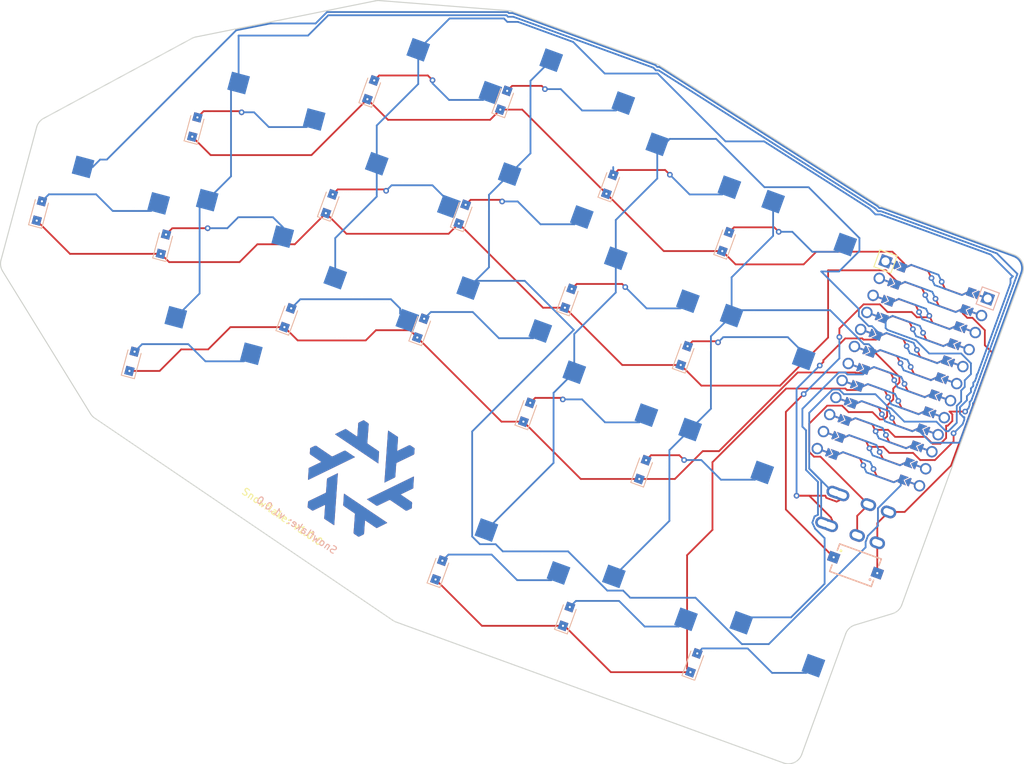
<source format=kicad_pcb>
(kicad_pcb (version 20240108) (generator "pcbnew") (generator_version "8.0")
  (title_block (title "production") (rev "v1.0.0") (company "Tygo van den Hurk"))
  (layers (0 "F.Cu" signal) (31 "B.Cu" signal) (34 "B.Paste" user) (35 "F.Paste" user) (36 "B.SilkS" user "B.Silkscreen") (37 "F.SilkS" user "F.Silkscreen") (38 "B.Mask" user) (39 "F.Mask" user) (44 "Edge.Cuts" user))
  (net 0 "")
  (net 1 "matrix_outer_home")
  (net 2 "P0")
  (net 3 "matrix_pinky_bottom")
  (net 4 "P4")
  (net 5 "matrix_pinky_home")
  (net 6 "matrix_pinky_top")
  (net 7 "P1")
  (net 8 "matrix_ring_bottom")
  (net 9 "matrix_ring_home")
  (net 10 "matrix_ring_top")
  (net 11 "matrix_middle_bottom")
  (net 12 "matrix_middle_home")
  (net 13 "matrix_middle_top")
  (net 14 "matrix_index_bottom")
  (net 15 "matrix_index_home")
  (net 16 "matrix_index_top")
  (net 17 "matrix_inner_bottom")
  (net 18 "matrix_inner_home")
  (net 19 "matrix_inner_top")
  (net 20 "thumbfan_near_thumb")
  (net 21 "P5")
  (net 22 "thumbfan_home_thumb")
  (net 23 "thumbfan_far_thumb")
  (net 24 "P6")
  (net 25 "P7")
  (net 26 "P8")
  (net 27 "P9")
  (net 28 "P21")
  (net 29 "P20")
  (net 30 "P19")
  (net 31 "RAW")
  (net 32 "GND")
  (net 33 "RST")
  (net 34 "VCC")
  (net 35 "P18")
  (net 36 "P15")
  (net 37 "P14")
  (net 38 "P16")
  (net 39 "P10")
  (net 40 "P2")
  (net 41 "P3")
  (footprint "PG1350" (layer "F.Cu") (at 85.95376 99.988541 -15)
    (property "Reference" "S4" (hide yes))
    (property "Value" "" (hide yes))
  )
  (footprint "Diode_SMD:Nexperia_CFP3_SOD-123W" (layer "F.Cu") (at 73.79869 115.987737 75)
    (property "Reference" "D3" (hide yes))
    (property "Value" "Nexperia_CFP3_SOD-123W" (hide yes))
  )
  (footprint "PG1350" (layer "F.Cu") (at 154.444112 132.707887 -20)
    (property "Reference" "S15" (hide yes))
    (property "Value" "" (hide yes))
  )
  (footprint "Diode_SMD:Nexperia_CFP3_SOD-123W" (layer "F.Cu") (at 97.037875 110.323877 70)
    (property "Reference" "D6" (hide yes))
    (property "Value" "Nexperia_CFP3_SOD-123W" (hide yes))
  )
  (footprint "PG1350" (layer "F.Cu") (at 155.798388 175.767914 -20)
    (property "Reference" "S19" (hide yes))
    (property "Value" "" (hide yes))
  )
  (footprint "Diode_SMD:Nexperia_CFP3_SOD-123W" (layer "F.Cu") (at 146.755216 131.612042 70)
    (property "Reference" "D15" (hide yes))
    (property "Value" "Nexperia_CFP3_SOD-123W" (hide yes))
  )
  (footprint "Diode_SMD:Nexperia_CFP3_SOD-123W" (layer "F.Cu") (at 109.8481 127.756551 70)
    (property "Reference" "D8" (hide yes))
    (property "Value" "Nexperia_CFP3_SOD-123W" (hide yes))
  )
  (footprint "Diode_SMD:Nexperia_CFP3_SOD-123W" (layer "F.Cu") (at 148.109492 174.67207 70)
    (property "Reference" "D19" (hide yes))
    (property "Value" "Nexperia_CFP3_SOD-123W" (hide yes))
  )
  (footprint "PG1350" (layer "F.Cu") (at 137.944228 169.269532 -20)
    (property "Reference" "S18" (hide yes))
    (property "Value" "" (hide yes))
  )
  (footprint "Diode_SMD:Nexperia_CFP3_SOD-123W" (layer "F.Cu") (at 91.223532 126.298651 70)
    (property "Reference" "D5" (hide yes))
    (property "Value" "Nexperia_CFP3_SOD-123W" (hide yes))
  )
  (footprint "Diode_SMD:Nexperia_CFP3_SOD-123W" (layer "F.Cu") (at 130.255332 168.173687 70)
    (property "Reference" "D18" (hide yes))
    (property "Value" "Nexperia_CFP3_SOD-123W" (hide yes))
  )
  (footprint "434121025816" (layer "F.Cu") (at 170.754004 160.991936 -20)
    (property "Reference" "S20" (hide yes))
    (property "Value" "" (hide yes))
  )
  (footprint "PG1350" (layer "F.Cu") (at 64.167171 111.750537 -15)
    (property "Reference" "S1" (hide yes))
    (property "Value" "" (hide yes))
  )
  (footprint "PG1350" (layer "F.Cu") (at 81.553837 116.40928 -15)
    (property "Reference" "S3" (hide yes))
    (property "Value" "" (hide yes))
  )
  (footprint "Diode_SMD:Nexperia_CFP3_SOD-123W" (layer "F.Cu") (at 136.339132 107.60152 70)
    (property "Reference" "D13" (hide yes))
    (property "Value" "Nexperia_CFP3_SOD-123W" (hide yes))
  )
  (footprint "PG1350" (layer "F.Cu") (at 144.028028 108.697365 -20)
    (property "Reference" "S13" (hide yes))
    (property "Value" "" (hide yes))
  )
  (footprint "Diode_SMD:Nexperia_CFP3_SOD-123W" (layer "F.Cu") (at 56.412025 111.328994 75)
    (property "Reference" "D1" (hide yes))
    (property "Value" "Nexperia_CFP3_SOD-123W" (hide yes))
  )
  (footprint "PG1350" (layer "F.Cu") (at 98.912428 127.394496 -20)
    (property "Reference" "S5" (hide yes))
    (property "Value" "" (hide yes))
  )
  (footprint "PG1350" (layer "F.Cu") (at 110.541113 95.444947 -20)
    (property "Reference" "S7" (hide yes))
    (property "Value" "" (hide yes))
  )
  (footprint "PG1350" (layer "F.Cu") (at 132.399343 140.646914 -20)
    (property "Reference" "S11" (hide yes))
    (property "Value" "" (hide yes))
  )
  (footprint "Diode_SMD:Nexperia_CFP3_SOD-123W" (layer "F.Cu") (at 124.710447 139.551069 70)
    (property "Reference" "D11" (hide yes))
    (property "Value" "Nexperia_CFP3_SOD-123W" (hide yes))
  )
  (footprint "Diode_SMD:Nexperia_CFP3_SOD-123W" (layer "F.Cu") (at 102.852217 94.349102 70)
    (property "Reference" "D7" (hide yes))
    (property "Value" "Nexperia_CFP3_SOD-123W" (hide yes))
  )
  (footprint "Diode_SMD:Nexperia_CFP3_SOD-123W" (layer "F.Cu") (at 112.401172 161.675304 70)
    (property "Reference" "D17" (hide yes))
    (property "Value" "Nexperia_CFP3_SOD-123W" (hide yes))
  )
  (footprint "TRRS-PJ-320A-dual" (layer "F.Cu") (at 176.820548 158.943266 -110)
    (property "Reference" "TRRS1")
    (property "Value" "TRRS-PJ-320A-dual")
  )
  (footprint "Diode_SMD:Nexperia_CFP3_SOD-123W" (layer "F.Cu") (at 140.940873 147.586817 70)
    (property "Reference" "D14" (hide yes))
    (property "Value" "Nexperia_CFP3_SOD-123W" (hide yes))
  )
  (footprint "PG1350" (layer "F.Cu") (at 160.258454 116.733113 -20)
    (property "Reference" "S16" (hide yes))
    (property "Value" "" (hide yes))
  )
  (footprint "Diode_SMD:Nexperia_CFP3_SOD-123W" (layer "F.Cu") (at 121.476785 95.807002 70)
    (property "Reference" "D10" (hide yes))
    (property "Value" "Nexperia_CFP3_SOD-123W" (hide yes))
  )
  (footprint "PG1350" (layer "F.Cu") (at 129.165681 96.902847 -20)
    (property "Reference" "S10" (hide yes))
    (property "Value" "" (hide yes))
  )
  (footprint "PG1350" (layer "F.Cu") (at 120.090069 162.771149 -20)
    (property "Reference" "S17" (hide yes))
    (property "Value" "" (hide yes))
  )
  (footprint "PG1350" (layer "F.Cu") (at 123.351339 112.877621 -20)
    (property "Reference" "S9" (hide yes))
    (property "Value" "" (hide yes))
  )
  (footprint "Diode_SMD:Nexperia_CFP3_SOD-123W" (layer "F.Cu") (at 78.198614 99.566998 75)
    (property "Reference" "D4" (hide yes))
    (property "Value" "Nexperia_CFP3_SOD-123W" (hide yes))
  )
  (footprint "PG1350" (layer "F.Cu") (at 117.536996 128.852396 -20)
    (property "Reference" "S8" (hide yes))
    (property "Value" "" (hide yes))
  )
  (footprint "PG1350" (layer "F.Cu") (at 138.213685 124.672139 -20)
    (property "Reference" "S12" (hide yes))
    (property "Value" "" (hide yes))
  )
  (footprint "Diode_SMD:Nexperia_CFP3_SOD-123W" (layer "F.Cu") (at 130.524789 123.576295 70)
    (property "Reference" "D12" (hide yes))
    (property "Value" "Nexperia_CFP3_SOD-123W" (hide yes))
  )
  (footprint "ProMicro" (layer "F.Cu") (at 177.34048 134.124328 -110)
    (property "Reference" "MCU1" (hide yes))
    (property "Value" "")
  )
  (footprint "Diode_SMD:Nexperia_CFP3_SOD-123W" (layer "F.Cu") (at 115.662443 111.781776 70)
    (property "Reference" "D9" (hide yes))
    (property "Value" "Nexperia_CFP3_SOD-123W" (hide yes))
  )
  (footprint "Diode_SMD:Nexperia_CFP3_SOD-123W" (layer "F.Cu") (at 69.398766 132.408476 75)
    (property "Reference" "D2" (hide yes))
    (property "Value" "Nexperia_CFP3_SOD-123W" (hide yes))
  )
  (footprint "PG1350" (layer "F.Cu") (at 77.153913 132.830019 -15)
    (property "Reference" "S2" (hide yes))
    (property "Value" "" (hide yes))
  )
  (footprint "PG1350" (layer "F.Cu") (at 104.726771 111.419722 -20)
    (property "Reference" "S6" (hide yes))
    (property "Value" "" (hide yes))
  )
  (footprint "PG1350" (layer "F.Cu") (at 148.62977 148.682662 -20)
    (property "Reference" "S14" (hide yes))
    (property "Value" "" (hide yes))
  )
  (footprint "Diode_SMD:Nexperia_CFP3_SOD-123W" (layer "F.Cu") (at 152.569558 115.637268 70)
    (property "Reference" "D16" (hide yes))
    (property "Value" "Nexperia_CFP3_SOD-123W" (hide yes))
  )
  (gr_poly (pts (xy 104.760553 149.414168) (xy 104.771004 149.264826) (xy 104.781486 149.115023) (xy 104.791963 148.965306) (xy 104.802434 148.815672) (xy 104.812918 148.665841) (xy 104.823374 148.516429) (xy 104.833848 148.366742) (xy 104.844316 148.217149) (xy 104.8548 148.067326) (xy 104.865246 147.918051) (xy 104.875734 147.768166) (xy 104.886209 147.618473) (xy 104.896662 147.469095) (xy 104.907136 147.31942) (xy 104.917596 147.169937) (xy 104.9281 147.019828) (xy 104.938533 146.870736) (xy 104.949004 146.721098) (xy 104.959493 146.571205) (xy 104.96998 146.42134) (xy 104.980446 146.271767) (xy 104.990921 146.122075) (xy 105.001388 145.9725) (xy 105.01183 145.823272) (xy 105.022326 145.673276) (xy 105.03279 145.52374) (xy 105.043277 145.373885) (xy 105.053746 145.224274) (xy 105.064205 145.074811) (xy 105.074682 144.925083) (xy 105.085159 144.775359) (xy 105.095616 144.625918) (xy 105.106078 144.476424) (xy 105.116562 144.326589) (xy 105.127044 144.176806) (xy 105.137492 144.027494) (xy 105.147957 143.877939) (xy 105.158439 143.72815) (xy 105.168927 143.578261) (xy 105.179366 143.429085) (xy 105.18987 143.278975) (xy 105.200311 143.129771) (xy 105.210778 142.980192) (xy 105.221265 142.830321) (xy 105.231746 142.680545) (xy 105.24219 142.531303) (xy 105.252679 142.381404) (xy 105.263153 142.231725) (xy 105.287225 142.109509) (xy 105.412297 142.192175) (xy 105.537586 142.274984) (xy 105.662509 142.357551) (xy 105.787777 142.440346) (xy 105.912946 142.523077) (xy 106.037876 142.605649) (xy 106.163031 142.688369) (xy 106.288267 142.771143) (xy 106.413549 142.853948) (xy 106.538659 142.936639) (xy 106.663549 143.019185) (xy 106.668282 143.161206) (xy 106.657405 143.310787) (xy 106.646527 143.460396) (xy 106.635652 143.609953) (xy 106.624754 143.759839) (xy 106.6139 143.909107) (xy 106.602995 144.059076) (xy 106.59214 144.208364) (xy 106.581245 144.358205) (xy 106.5704 144.507345) (xy 106.559515 144.65704) (xy 106.548633 144.8067) (xy 106.537754 144.95632) (xy 106.639814 144.939723) (xy 106.774381 144.874528) (xy 106.909823 144.808908) (xy 107.044627 144.743597) (xy 107.179754 144.678131) (xy 107.314415 144.612889) (xy 107.449369 144.547506) (xy 107.584632 144.481974) (xy 107.719424 144.416669) (xy 107.854579 144.351189) (xy 107.989704 144.285723) (xy 108.124771 144.220285) (xy 108.259468 144.155026) (xy 108.387149 144.192619) (xy 108.511422 144.276513) (xy 108.636079 144.360667) (xy 108.76028 144.444513) (xy 108.884463 144.528347) (xy 108.99404 144.61937) (xy 108.983728 144.769217) (xy 108.973449 144.918574) (xy 108.963118 145.0687) (xy 108.952849 145.21791) (xy 108.942526 145.367921) (xy 108.881546 145.483417) (xy 108.746891 145.548567) (xy 108.611539 145.614055) (xy 108.476666 145.679311) (xy 108.341694 145.744614) (xy 108.206569 145.809991) (xy 108.071491 145.875347) (xy 107.936731 145.940547) (xy 107.801447 146.006002) (xy 107.666716 146.071189) (xy 107.531654 146.136536) (xy 107.396766 146.201799) (xy 107.261371 146.267307) (xy 107.126502 146.33256) (xy 106.991686 146.397788) (xy 106.856297 146.463293) (xy 106.721456 146.528534) (xy 106.586389 146.593883) (xy 106.451438 146.659176) (xy 106.413468 146.790491) (xy 106.402707 146.940026) (xy 106.391958 147.089395) (xy 106.381167 147.239339) (xy 106.370396 147.389012) (xy 106.359628 147.538633) (xy 106.348871 147.688101) (xy 106.338087 147.837955) (xy 106.327346 147.987212) (xy 106.31657 148.13694) (xy 106.305793 148.286695) (xy 106.295028 148.436282) (xy 106.28426 148.585904) (xy 106.218776 148.698324) (xy 106.083737 148.764622) (xy 105.949416 148.830568) (xy 105.814658 148.896728) (xy 105.680061 148.96281) (xy 105.545528 149.02886) (xy 105.410804 149.095003) (xy 105.275968 149.161202) (xy 105.141574 149.227184) (xy 105.006928 149.293289) (xy 104.872149 149.35946)) (fill solid) (layer "F.Cu"))
  (gr_poly (pts (xy 99.09598 150.947092) (xy 99.220089 151.030813) (xy 99.34458 151.114793) (xy 99.469001 151.198724) (xy 99.593353 151.282609) (xy 99.717867 151.366605) (xy 99.842035 151.450365) (xy 99.96643 151.53428) (xy 100.090747 151.618142) (xy 100.215256 151.702133) (xy 100.339309 151.785816) (xy 100.463869 151.869842) (xy 100.588269 151.95376) (xy 100.712408 152.037502) (xy 100.836793 152.12141) (xy 100.961019 152.20521) (xy 101.085766 152.289361) (xy 101.209667 152.372942) (xy 101.334022 152.45683) (xy 101.458588 152.54086) (xy 101.583132 152.624875) (xy 101.707433 152.708725) (xy 101.831832 152.792643) (xy 101.956135 152.876495) (xy 102.080149 152.960152) (xy 102.204801 153.04424) (xy 102.329071 153.12807) (xy 102.453606 153.212079) (xy 102.577938 153.295951) (xy 102.702148 153.37974) (xy 102.826577 153.463678) (xy 102.951003 153.547613) (xy 103.075194 153.63139) (xy 103.19943 153.715197) (xy 103.323948 153.799194) (xy 103.448424 153.883163) (xy 103.572507 153.966867) (xy 103.696793 154.050708) (xy 103.821273 154.13468) (xy 103.945836 154.218708) (xy 104.069807 154.302336) (xy 104.194554 154.386488) (xy 104.318549 154.470132) (xy 104.442855 154.553986) (xy 104.567403 154.638004) (xy 104.691872 154.721968) (xy 104.815898 154.805634) (xy 104.94047 154.889667) (xy 105.064858 154.973577) (xy 105.158664 155.055532) (xy 105.024538 155.122515) (xy 104.890178 155.189614) (xy 104.756212 155.256516) (xy 104.621875 155.323604) (xy 104.487644 155.390639) (xy 104.353669 155.457545) (xy 104.219454 155.524572) (xy 104.085151 155.591643) (xy 103.950799 155.658738) (xy 103.816632 155.725741) (xy 103.6827 155.792626) (xy 103.55734 155.725714) (xy 103.433236 155.641504) (xy 103.309111 155.557279) (xy 103.185028 155.473083) (xy 103.060672 155.388701) (xy 102.936829 155.304667) (xy 102.812405 155.220239) (xy 102.688545 155.136194) (xy 102.564227 155.051838) (xy 102.44049 154.967877) (xy 102.316292 154.883603) (xy 102.192124 154.799348) (xy 102.067989 154.715116) (xy 102.031332 154.811802) (xy 102.02051 154.960938) (xy 102.009617 155.111044) (xy 101.998776 155.260443) (xy 101.987908 155.410199) (xy 101.977078 155.559441) (xy 101.966225 155.709006) (xy 101.955346 155.858912) (xy 101.944506 156.008298) (xy 101.933636 156.158086) (xy 101.922769 156.307841) (xy 101.911906 156.457531) (xy 101.901073 156.606811) (xy 101.804676 156.698591) (xy 101.669885 156.764267) (xy 101.534678 156.830146) (xy 101.399965 156.895784) (xy 101.265271 156.961413) (xy 101.131653 157.010798) (xy 101.007038 156.926944) (xy 100.88283 156.843363) (xy 100.757983 156.759353) (xy 100.633898 156.675855) (xy 100.509147 156.59191) (xy 100.439613 156.481351) (xy 100.450519 156.332162) (xy 100.461482 156.182199) (xy 100.472405 156.032768) (xy 100.483337 155.883227) (xy 100.49428 155.733517) (xy 100.505221 155.583858) (xy 100.516135 155.434553) (xy 100.527092 155.284666) (xy 100.538004 155.135392) (xy 100.548942 154.985752) (xy 100.559867 154.836303) (xy 100.570833 154.686294) (xy 100.581756 154.536868) (xy 100.592675 154.387499) (xy 100.60364 154.237497) (xy 100.614561 154.0881) (xy 100.6255 153.938454) (xy 100.63643 153.788937) (xy 100.541693 153.690397) (xy 100.417573 153.60631) (xy 100.29359 153.522316) (xy 100.16913 153.437999) (xy 100.044895 153.353834) (xy 99.920704 153.269699) (xy 99.796638 153.185649) (xy 99.672254 153.101383) (xy 99.548364 153.017452) (xy 99.424083 152.933256) (xy 99.29978 152.849045) (xy 99.175616 152.764929) (xy 99.051424 152.680793) (xy 98.986808 152.567872) (xy 98.996911 152.417776) (xy 99.006961 152.268477) (xy 99.017044 152.118693) (xy 99.027114 151.969088) (xy 99.037179 151.819554) (xy 99.047259 151.669808) (xy 99.057348 151.519937) (xy 99.067403 151.370558) (xy 99.077477 151.220898) (xy 99.087561 151.071091)) (fill solid) (layer "F.Cu"))
  (gr_poly (pts (xy 98.239447 148.085832) (xy 98.228997 148.235174) (xy 98.218514 148.384977) (xy 98.208037 148.534694) (xy 98.197566 148.684329) (xy 98.187082 148.834159) (xy 98.176627 148.983571) (xy 98.166152 149.133259) (xy 98.155684 149.282851) (xy 98.1452 149.432674) (xy 98.134754 149.581949) (xy 98.124266 149.731834) (xy 98.113791 149.881527) (xy 98.103338 150.030905) (xy 98.092865 150.18058) (xy 98.082404 150.330063) (xy 98.0719 150.480172) (xy 98.061467 150.629264) (xy 98.050996 150.778903) (xy 98.040507 150.928795) (xy 98.03002 151.078661) (xy 98.019554 151.228233) (xy 98.009079 151.377925) (xy 97.998612 151.5275) (xy 97.98817 151.676728) (xy 97.977674 151.826724) (xy 97.96721 151.97626) (xy 97.956723 152.126115) (xy 97.946254 152.275726) (xy 97.935795 152.425189) (xy 97.925318 152.574917) (xy 97.914841 152.724641) (xy 97.904384 152.874082) (xy 97.893923 153.023576) (xy 97.883438 153.173411) (xy 97.872956 153.323194) (xy 97.862508 153.472506) (xy 97.852043 153.622061) (xy 97.841561 153.77185) (xy 97.831073 153.921739) (xy 97.820634 154.070915) (xy 97.81013 154.221025) (xy 97.799689 154.370229) (xy 97.789222 154.519809) (xy 97.778735 154.669679) (xy 97.768254 154.819455) (xy 97.757811 154.968697) (xy 97.747321 155.118596) (xy 97.736847 155.268275) (xy 97.712775 155.390491) (xy 97.587703 155.307825) (xy 97.462414 155.225016) (xy 97.337491 155.142449) (xy 97.212224 155.059654) (xy 97.087054 154.976923) (xy 96.962124 154.894351) (xy 96.836969 154.811631) (xy 96.711733 154.728857) (xy 96.586451 154.646052) (xy 96.461341 154.563361) (xy 96.336451 154.480816) (xy 96.331718 154.338794) (xy 96.342595 154.189213) (xy 96.353473 154.039604) (xy 96.364348 153.890047) (xy 96.375247 153.740161) (xy 96.3861 153.590893) (xy 96.397005 153.440924) (xy 96.40786 153.291636) (xy 96.418755 153.141796) (xy 96.4296 152.992655) (xy 96.440485 152.84296) (xy 96.451367 152.6933) (xy 96.462246 152.54368) (xy 96.360186 152.560277) (xy 96.225619 152.625473) (xy 96.090177 152.691092) (xy 95.955373 152.756403) (xy 95.820246 152.821869) (xy 95.685585 152.887111) (xy 95.550631 152.952494) (xy 95.415368 153.018026) (xy 95.280576 153.083331) (xy 95.145421 153.148811) (xy 95.010296 153.214277) (xy 94.875229 153.279715) (xy 94.740532 153.344974) (xy 94.612851 153.307381) (xy 94.488578 153.223487) (xy 94.363921 153.139333) (xy 94.239721 153.055488) (xy 94.115537 152.971654) (xy 94.00596 152.88063) (xy 94.016272 152.730783) (xy 94.026551 152.581426) (xy 94.036882 152.4313) (xy 94.047151 152.28209) (xy 94.057475 152.13208) (xy 94.118454 152.016583) (xy 94.253109 151.951433) (xy 94.388461 151.885945) (xy 94.523334 151.820689) (xy 94.658306 151.755386) (xy 94.793431 151.690009) (xy 94.92851 151.624654) (xy 95.063269 151.559453) (xy 95.198553 151.493998) (xy 95.333285 151.428811) (xy 95.468346 151.363465) (xy 95.603235 151.298201) (xy 95.738629 151.232694) (xy 95.873498 151.16744) (xy 96.008314 151.102212) (xy 96.143703 151.036707) (xy 96.278545 150.971466) (xy 96.413611 150.906117) (xy 96.548562 150.840824) (xy 96.586532 150.709509) (xy 96.597293 150.559974) (xy 96.608042 150.410605) (xy 96.618833 150.260661) (xy 96.629605 150.110988) (xy 96.640372 149.961367) (xy 96.651129 149.811899) (xy 96.661913 149.662045) (xy 96.672654 149.512789) (xy 96.68343 149.36306) (xy 96.694207 149.213305) (xy 96.704972 149.063718) (xy 96.71574 148.914096) (xy 96.781224 148.801676) (xy 96.916263 148.735378) (xy 97.050584 148.669432) (xy 97.185342 148.603272) (xy 97.319939 148.537191) (xy 97.454472 148.471141) (xy 97.589196 148.404997) (xy 97.724032 148.338798) (xy 97.858426 148.272816) (xy 97.993072 148.206711) (xy 98.127851 148.14054)) (fill solid) (layer "F.Cu"))
  (gr_poly (pts (xy 103.90402 146.732908) (xy 103.779912 146.649187) (xy 103.65542 146.565208) (xy 103.530999 146.481276) (xy 103.406647 146.397391) (xy 103.282133 146.313395) (xy 103.157965 146.229635) (xy 103.03357 146.14572) (xy 102.909253 146.061858) (xy 102.784744 145.977867) (xy 102.660691 145.894184) (xy 102.536131 145.810158) (xy 102.411731 145.72624) (xy 102.287592 145.642498) (xy 102.163207 145.55859) (xy 102.038981 145.47479) (xy 101.914234 145.390639) (xy 101.790333 145.307058) (xy 101.665978 145.22317) (xy 101.541412 145.13914) (xy 101.416868 145.055125) (xy 101.292567 144.971275) (xy 101.168168 144.887357) (xy 101.043865 144.803505) (xy 100.919851 144.719848) (xy 100.7952 144.63576) (xy 100.670929 144.55193) (xy 100.546394 144.467921) (xy 100.422062 144.384049) (xy 100.297852 144.30026) (xy 100.173423 144.216322) (xy 100.048997 144.132387) (xy 99.924806 144.04861) (xy 99.80057 143.964803) (xy 99.676052 143.880806) (xy 99.551576 143.796837) (xy 99.427493 143.713133) (xy 99.303207 143.629292) (xy 99.178727 143.54532) (xy 99.054164 143.461292) (xy 98.930193 143.377664) (xy 98.805446 143.293512) (xy 98.681451 143.209868) (xy 98.557145 143.126014) (xy 98.432597 143.041996) (xy 98.308128 142.958032) (xy 98.184102 142.874366) (xy 98.059531 142.790333) (xy 97.935142 142.706423) (xy 97.841336 142.624468) (xy 97.975463 142.557485) (xy 98.109822 142.490386) (xy 98.243788 142.423484) (xy 98.378125 142.356396) (xy 98.512356 142.289361) (xy 98.646331 142.222455) (xy 98.780546 142.155428) (xy 98.914849 142.088357) (xy 99.049201 142.021262) (xy 99.183368 141.954259) (xy 99.3173 141.887374) (xy 99.44266 141.954286) (xy 99.566764 142.038496) (xy 99.690889 142.122721) (xy 99.814972 142.206917) (xy 99.939328 142.291299) (xy 100.063171 142.375333) (xy 100.187595 142.459761) (xy 100.311455 142.543806) (xy 100.435773 142.628162) (xy 100.55951 142.712124) (xy 100.683708 142.796397) (xy 100.807876 142.880652) (xy 100.932011 142.964884) (xy 100.968668 142.868198) (xy 100.97949 142.719062) (xy 100.990383 142.568956) (xy 101.001225 142.419557) (xy 101.012092 142.269801) (xy 101.022922 142.120559) (xy 101.033776 141.970994) (xy 101.044654 141.821087) (xy 101.055494 141.671702) (xy 101.066364 141.521914) (xy 101.077232 141.372159) (xy 101.088094 141.222469) (xy 101.098927 141.073189) (xy 101.195324 140.981409) (xy 101.330115 140.915733) (xy 101.465323 140.849854) (xy 101.600035 140.784216) (xy 101.734729 140.718587) (xy 101.868347 140.669202) (xy 101.992962 140.753057) (xy 102.11717 140.836637) (xy 102.242017 140.920647) (xy 102.366102 141.004145) (xy 102.490853 141.08809) (xy 102.560387 141.198649) (xy 102.549481 141.347838) (xy 102.538519 141.497801) (xy 102.527595 141.647232) (xy 102.516664 141.796773) (xy 102.50572 141.946483) (xy 102.49478 142.096142) (xy 102.483865 142.245447) (xy 102.472908 142.395334) (xy 102.461996 142.544608) (xy 102.451058 142.694248) (xy 102.440133 142.843697) (xy 102.429167 142.993706) (xy 102.418244 143.143132) (xy 102.407325 143.292501) (xy 102.39636 143.442503) (xy 102.385439 143.5919) (xy 102.3745 143.741546) (xy 102.36357 143.891063) (xy 102.458307 143.989603) (xy 102.582427 144.07369) (xy 102.70641 144.157684) (xy 102.83087 144.242001) (xy 102.955105 144.326166) (xy 103.079297 144.410301) (xy 103.203362 144.494351) (xy 103.327746 144.578617) (xy 103.451636 144.662548) (xy 103.575917 144.746744) (xy 103.70022 144.830955) (xy 103.824384 144.915071) (xy 103.948576 144.999207) (xy 104.013192 145.112128) (xy 104.003089 145.262224) (xy 103.993039 145.411523) (xy 103.982957 145.561307) (xy 103.972886 145.710912) (xy 103.962821 145.860446) (xy 103.952741 146.010192) (xy 103.942653 146.160063) (xy 103.932597 146.309442) (xy 103.922523 146.459102) (xy 103.912439 146.608909)) (fill solid) (layer "F.Cu"))
  (gr_poly (pts (xy 100.643467 145.83874) (xy 100.508908 145.904361) (xy 100.373934 145.970184) (xy 100.239036 146.03597) (xy 100.104214 146.101719) (xy 99.969214 146.167554) (xy 99.834592 146.233206) (xy 99.699722 146.298978) (xy 99.564937 146.364709) (xy 99.429944 146.430541) (xy 99.295445 146.496133) (xy 99.160397 146.561992) (xy 99.025522 146.627767) (xy 98.89093 146.693403) (xy 98.756071 146.75917) (xy 98.621385 146.824853) (xy 98.486135 146.890811) (xy 98.351801 146.956322) (xy 98.216974 147.022073) (xy 98.081919 147.087935) (xy 97.946888 147.153786) (xy 97.812121 147.219508) (xy 97.677247 147.285282) (xy 97.542478 147.351006) (xy 97.408021 147.416576) (xy 97.272873 147.482484) (xy 97.138139 147.54819) (xy 97.003117 147.614036) (xy 96.868316 147.679775) (xy 96.733648 147.745449) (xy 96.598741 147.811239) (xy 96.463837 147.877028) (xy 96.32919 147.942692) (xy 96.194493 148.00838) (xy 96.05949 148.074217) (xy 95.924533 148.140032) (xy 95.790001 148.205639) (xy 95.65525 148.271353) (xy 95.520288 148.33717) (xy 95.385236 148.403031) (xy 95.250827 148.468579) (xy 95.115576 148.534537) (xy 94.98114 148.600097) (xy 94.846367 148.665822) (xy 94.711332 148.731675) (xy 94.576382 148.797487) (xy 94.441913 148.863064) (xy 94.306852 148.928929) (xy 94.171989 148.994698) (xy 94.054111 149.034959) (xy 94.063166 148.88531) (xy 94.072236 148.735402) (xy 94.08128 148.585932) (xy 94.090349 148.43605) (xy 94.09941 148.286285) (xy 94.108455 148.136806) (xy 94.117515 147.987059) (xy 94.126582 147.837214) (xy 94.135652 147.687314) (xy 94.144709 147.53762) (xy 94.153751 147.388189) (xy 94.274379 147.31308) (xy 94.409358 147.247709) (xy 94.544362 147.182325) (xy 94.67932 147.116965) (xy 94.814574 147.05146) (xy 94.949271 146.986226) (xy 95.0846 146.920685) (xy 95.219315 146.855442) (xy 95.354528 146.789957) (xy 95.48911 146.724778) (xy 95.624192 146.659357) (xy 95.759243 146.593952) (xy 95.894257 146.528563) (xy 95.828854 146.448475) (xy 95.705109 146.364534) (xy 95.58056 146.280048) (xy 95.456597 146.195959) (xy 95.332338 146.11167) (xy 95.208507 146.02767) (xy 95.084406 145.943488) (xy 94.960022 145.859114) (xy 94.836071 145.775033) (xy 94.711786 145.690725) (xy 94.587528 145.606436) (xy 94.463323 145.522184) (xy 94.339459 145.438162) (xy 94.308175 145.308791) (xy 94.318693 145.15922) (xy 94.329244 145.009187) (xy 94.339756 144.859704) (xy 94.350267 144.710241) (xy 94.374307 144.569832) (xy 94.509234 144.503839) (xy 94.643721 144.438062) (xy 94.778899 144.371947) (xy 94.913253 144.306235) (xy 95.048328 144.24017) (xy 95.178841 144.235231) (xy 95.30259 144.319271) (xy 95.42698 144.403746) (xy 95.550929 144.487921) (xy 95.67497 144.572159) (xy 95.79915 144.656491) (xy 95.923289 144.740795) (xy 96.047134 144.8249) (xy 96.171462 144.909332) (xy 96.295281 144.99342) (xy 96.419404 145.077713) (xy 96.543367 145.161898) (xy 96.667796 145.246399) (xy 96.791742 145.330572) (xy 96.915639 145.414712) (xy 97.040062 145.49921) (xy 97.163983 145.583366) (xy 97.288111 145.667663) (xy 97.412132 145.751887) (xy 97.544839 145.719112) (xy 97.67972 145.653664) (xy 97.814452 145.588289) (xy 97.949703 145.522662) (xy 98.084709 145.457154) (xy 98.219669 145.391669) (xy 98.35449 145.32625) (xy 98.489659 145.260663) (xy 98.62429 145.195336) (xy 98.759346 145.129804) (xy 98.894427 145.06426) (xy 99.029356 144.998789) (xy 99.164316 144.933303) (xy 99.294416 144.933805) (xy 99.419352 145.017603) (xy 99.543623 145.100955) (xy 99.668299 145.184579) (xy 99.792825 145.268102) (xy 99.917293 145.351586) (xy 100.041937 145.435189) (xy 100.166685 145.518861) (xy 100.291023 145.602259) (xy 100.415596 145.685813) (xy 100.54029 145.769449)) (fill solid) (layer "F.Cu"))
  (gr_poly (pts (xy 102.306533 151.75126) (xy 102.441092 151.685639) (xy 102.576066 151.619816) (xy 102.710964 151.55403) (xy 102.845786 151.488281) (xy 102.980786 151.422446) (xy 103.115408 151.356794) (xy 103.250278 151.291022) (xy 103.385063 151.225291) (xy 103.520056 151.159459) (xy 103.654555 151.093868) (xy 103.789603 151.028008) (xy 103.924478 150.962233) (xy 104.05907 150.896597) (xy 104.193929 150.83083) (xy 104.328615 150.765147) (xy 104.463865 150.69919) (xy 104.5982 150.633679) (xy 104.733026 150.567928) (xy 104.868081 150.502065) (xy 105.003112 150.436214) (xy 105.137879 150.370492) (xy 105.272753 150.304718) (xy 105.407523 150.238995) (xy 105.541979 150.173424) (xy 105.677127 150.107516) (xy 105.811861 150.04181) (xy 105.946883 149.975964) (xy 106.081684 149.910225) (xy 106.216352 149.844551) (xy 106.351259 149.778761) (xy 106.486163 149.712972) (xy 106.620811 149.647308) (xy 106.755507 149.58162) (xy 106.89051 149.515783) (xy 107.025467 149.449969) (xy 107.159999 149.384361) (xy 107.29475 149.318647) (xy 107.429712 149.25283) (xy 107.564764 149.186969) (xy 107.699173 149.121421) (xy 107.834424 149.055463) (xy 107.96886 148.989903) (xy 108.103633 148.924178) (xy 108.238668 148.858325) (xy 108.373618 148.792513) (xy 108.508087 148.726937) (xy 108.643148 148.661071) (xy 108.778011 148.595302) (xy 108.895889 148.555041) (xy 108.886834 148.70469) (xy 108.877764 148.854598) (xy 108.86872 149.004068) (xy 108.859651 149.15395) (xy 108.85059 149.303716) (xy 108.841545 149.453194) (xy 108.832485 149.602941) (xy 108.823418 149.752786) (xy 108.814348 149.902686) (xy 108.805291 150.05238) (xy 108.796249 150.201811) (xy 108.675622 150.27692) (xy 108.540642 150.342292) (xy 108.405638 150.407675) (xy 108.27068 150.473035) (xy 108.135426 150.53854) (xy 108.000729 150.603775) (xy 107.8654 150.669315) (xy 107.730685 150.734558) (xy 107.595472 150.800043) (xy 107.46089 150.865222) (xy 107.325808 150.930643) (xy 107.190757 150.996049) (xy 107.055743 151.061437) (xy 107.121146 151.141525) (xy 107.244891 151.225466) (xy 107.369441 151.309952) (xy 107.493403 151.394041) (xy 107.617662 151.47833) (xy 107.741493 151.56233) (xy 107.865594 151.646512) (xy 107.989978 151.730886) (xy 108.113929 151.814967) (xy 108.238215 151.899275) (xy 108.362472 151.983564) (xy 108.486677 152.067816) (xy 108.610541 152.151838) (xy 108.641825 152.281209) (xy 108.631307 152.43078) (xy 108.620756 152.580813) (xy 108.610244 152.730297) (xy 108.599734 152.87976) (xy 108.575693 153.020168) (xy 108.440766 153.086161) (xy 108.306279 153.151938) (xy 108.171101 153.218053) (xy 108.036747 153.283765) (xy 107.901672 153.34983) (xy 107.771159 153.354769) (xy 107.647411 153.27073) (xy 107.52302 153.186255) (xy 107.399071 153.102079) (xy 107.27503 153.017841) (xy 107.15085 152.933509) (xy 107.026711 152.849205) (xy 106.902866 152.7651) (xy 106.778538 152.680668) (xy 106.654719 152.596581) (xy 106.530597 152.512287) (xy 106.406633 152.428102) (xy 106.282204 152.343601) (xy 106.158258 152.259428) (xy 106.034361 152.175288) (xy 105.909938 152.09079) (xy 105.786017 152.006634) (xy 105.661889 151.922337) (xy 105.537868 151.838113) (xy 105.405161 151.870888) (xy 105.27028 151.936336) (xy 105.135548 152.001711) (xy 105.000297 152.067338) (xy 104.865291 152.132846) (xy 104.730331 152.198332) (xy 104.59551 152.26375) (xy 104.460341 152.329337) (xy 104.32571 152.394664) (xy 104.190654 152.460196) (xy 104.055573 152.52574) (xy 103.920644 152.591211) (xy 103.785684 152.656697) (xy 103.655584 152.656195) (xy 103.530649 152.572398) (xy 103.406377 152.489045) (xy 103.281701 152.405421) (xy 103.157175 152.321898) (xy 103.032708 152.238414) (xy 102.908063 152.154811) (xy 102.783315 152.071139) (xy 102.658977 151.987742) (xy 102.534405 151.904187) (xy 102.40971 151.820551)) (fill solid) (layer "F.Cu"))
  (gr_poly (pts (xy 99.09598 150.947092) (xy 99.220089 151.030813) (xy 99.34458 151.114793) (xy 99.469001 151.198724) (xy 99.593353 151.282609) (xy 99.717867 151.366605) (xy 99.842035 151.450365) (xy 99.96643 151.53428) (xy 100.090747 151.618142) (xy 100.215256 151.702133) (xy 100.339309 151.785816) (xy 100.463869 151.869842) (xy 100.588269 151.95376) (xy 100.712408 152.037502) (xy 100.836793 152.12141) (xy 100.961019 152.20521) (xy 101.085766 152.289361) (xy 101.209667 152.372942) (xy 101.334022 152.45683) (xy 101.458588 152.54086) (xy 101.583132 152.624875) (xy 101.707433 152.708725) (xy 101.831832 152.792643) (xy 101.956135 152.876495) (xy 102.080149 152.960152) (xy 102.204801 153.04424) (xy 102.329071 153.12807) (xy 102.453606 153.212079) (xy 102.577938 153.295951) (xy 102.702148 153.37974) (xy 102.826577 153.463678) (xy 102.951003 153.547613) (xy 103.075194 153.63139) (xy 103.19943 153.715197) (xy 103.323948 153.799194) (xy 103.448424 153.883163) (xy 103.572507 153.966867) (xy 103.696793 154.050708) (xy 103.821273 154.13468) (xy 103.945836 154.218708) (xy 104.069807 154.302336) (xy 104.194554 154.386488) (xy 104.318549 154.470132) (xy 104.442855 154.553986) (xy 104.567403 154.638004) (xy 104.691872 154.721968) (xy 104.815898 154.805634) (xy 104.94047 154.889667) (xy 105.064858 154.973577) (xy 105.158664 155.055532) (xy 105.024538 155.122515) (xy 104.890178 155.189614) (xy 104.756212 155.256516) (xy 104.621875 155.323604) (xy 104.487644 155.390639) (xy 104.353669 155.457545) (xy 104.219454 155.524572) (xy 104.085151 155.591643) (xy 103.950799 155.658738) (xy 103.816632 155.725741) (xy 103.6827 155.792626) (xy 103.55734 155.725714) (xy 103.433236 155.641504) (xy 103.309111 155.557279) (xy 103.185028 155.473083) (xy 103.060672 155.388701) (xy 102.936829 155.304667) (xy 102.812405 155.220239) (xy 102.688545 155.136194) (xy 102.564227 155.051838) (xy 102.44049 154.967877) (xy 102.316292 154.883603) (xy 102.192124 154.799348) (xy 102.067989 154.715116) (xy 102.031332 154.811802) (xy 102.02051 154.960938) (xy 102.009617 155.111044) (xy 101.998776 155.260443) (xy 101.987908 155.410199) (xy 101.977078 155.559441) (xy 101.966225 155.709006) (xy 101.955346 155.858912) (xy 101.944506 156.008298) (xy 101.933636 156.158086) (xy 101.922769 156.307841) (xy 101.911906 156.457531) (xy 101.901073 156.606811) (xy 101.804676 156.698591) (xy 101.669885 156.764267) (xy 101.534678 156.830146) (xy 101.399965 156.895784) (xy 101.265271 156.961413) (xy 101.131653 157.010798) (xy 101.007038 156.926944) (xy 100.88283 156.843363) (xy 100.757983 156.759353) (xy 100.633898 156.675855) (xy 100.509147 156.59191) (xy 100.439613 156.481351) (xy 100.450519 156.332162) (xy 100.461482 156.182199) (xy 100.472405 156.032768) (xy 100.483337 155.883227) (xy 100.49428 155.733517) (xy 100.505221 155.583858) (xy 100.516135 155.434553) (xy 100.527092 155.284666) (xy 100.538004 155.135392) (xy 100.548942 154.985752) (xy 100.559867 154.836303) (xy 100.570833 154.686294) (xy 100.581756 154.536868) (xy 100.592675 154.387499) (xy 100.60364 154.237497) (xy 100.614561 154.0881) (xy 100.6255 153.938454) (xy 100.63643 153.788937) (xy 100.541693 153.690397) (xy 100.417573 153.60631) (xy 100.29359 153.522316) (xy 100.16913 153.437999) (xy 100.044895 153.353834) (xy 99.920704 153.269699) (xy 99.796638 153.185649) (xy 99.672254 153.101383) (xy 99.548364 153.017452) (xy 99.424083 152.933256) (xy 99.29978 152.849045) (xy 99.175616 152.764929) (xy 99.051424 152.680793) (xy 98.986808 152.567872) (xy 98.996911 152.417776) (xy 99.006961 152.268477) (xy 99.017044 152.118693) (xy 99.027114 151.969088) (xy 99.037179 151.819554) (xy 99.047259 151.669808) (xy 99.057348 151.519937) (xy 99.067403 151.370558) (xy 99.077477 151.220898) (xy 99.087561 151.071091)) (fill solid) (layer "B.Cu"))
  (gr_poly (pts (xy 102.306533 151.75126) (xy 102.441092 151.685639) (xy 102.576066 151.619816) (xy 102.710964 151.55403) (xy 102.845786 151.488281) (xy 102.980786 151.422446) (xy 103.115408 151.356794) (xy 103.250278 151.291022) (xy 103.385063 151.225291) (xy 103.520056 151.159459) (xy 103.654555 151.093868) (xy 103.789603 151.028008) (xy 103.924478 150.962233) (xy 104.05907 150.896597) (xy 104.193929 150.83083) (xy 104.328615 150.765147) (xy 104.463865 150.69919) (xy 104.5982 150.633679) (xy 104.733026 150.567928) (xy 104.868081 150.502065) (xy 105.003112 150.436214) (xy 105.137879 150.370492) (xy 105.272753 150.304718) (xy 105.407523 150.238995) (xy 105.541979 150.173424) (xy 105.677127 150.107516) (xy 105.811861 150.04181) (xy 105.946883 149.975964) (xy 106.081684 149.910225) (xy 106.216352 149.844551) (xy 106.351259 149.778761) (xy 106.486163 149.712972) (xy 106.620811 149.647308) (xy 106.755507 149.58162) (xy 106.89051 149.515783) (xy 107.025467 149.449969) (xy 107.159999 149.384361) (xy 107.29475 149.318647) (xy 107.429712 149.25283) (xy 107.564764 149.186969) (xy 107.699173 149.121421) (xy 107.834424 149.055463) (xy 107.96886 148.989903) (xy 108.103633 148.924178) (xy 108.238668 148.858325) (xy 108.373618 148.792513) (xy 108.508087 148.726937) (xy 108.643148 148.661071) (xy 108.778011 148.595302) (xy 108.895889 148.555041) (xy 108.886834 148.70469) (xy 108.877764 148.854598) (xy 108.86872 149.004068) (xy 108.859651 149.15395) (xy 108.85059 149.303716) (xy 108.841545 149.453194) (xy 108.832485 149.602941) (xy 108.823418 149.752786) (xy 108.814348 149.902686) (xy 108.805291 150.05238) (xy 108.796249 150.201811) (xy 108.675622 150.27692) (xy 108.540642 150.342292) (xy 108.405638 150.407675) (xy 108.27068 150.473035) (xy 108.135426 150.53854) (xy 108.000729 150.603775) (xy 107.8654 150.669315) (xy 107.730685 150.734558) (xy 107.595472 150.800043) (xy 107.46089 150.865222) (xy 107.325808 150.930643) (xy 107.190757 150.996049) (xy 107.055743 151.061437) (xy 107.121146 151.141525) (xy 107.244891 151.225466) (xy 107.369441 151.309952) (xy 107.493403 151.394041) (xy 107.617662 151.47833) (xy 107.741493 151.56233) (xy 107.865594 151.646512) (xy 107.989978 151.730886) (xy 108.113929 151.814967) (xy 108.238215 151.899275) (xy 108.362472 151.983564) (xy 108.486677 152.067816) (xy 108.610541 152.151838) (xy 108.641825 152.281209) (xy 108.631307 152.43078) (xy 108.620756 152.580813) (xy 108.610244 152.730297) (xy 108.599734 152.87976) (xy 108.575693 153.020168) (xy 108.440766 153.086161) (xy 108.306279 153.151938) (xy 108.171101 153.218053) (xy 108.036747 153.283765) (xy 107.901672 153.34983) (xy 107.771159 153.354769) (xy 107.647411 153.27073) (xy 107.52302 153.186255) (xy 107.399071 153.102079) (xy 107.27503 153.017841) (xy 107.15085 152.933509) (xy 107.026711 152.849205) (xy 106.902866 152.7651) (xy 106.778538 152.680668) (xy 106.654719 152.596581) (xy 106.530597 152.512287) (xy 106.406633 152.428102) (xy 106.282204 152.343601) (xy 106.158258 152.259428) (xy 106.034361 152.175288) (xy 105.909938 152.09079) (xy 105.786017 152.006634) (xy 105.661889 151.922337) (xy 105.537868 151.838113) (xy 105.405161 151.870888) (xy 105.27028 151.936336) (xy 105.135548 152.001711) (xy 105.000297 152.067338) (xy 104.865291 152.132846) (xy 104.730331 152.198332) (xy 104.59551 152.26375) (xy 104.460341 152.329337) (xy 104.32571 152.394664) (xy 104.190654 152.460196) (xy 104.055573 152.52574) (xy 103.920644 152.591211) (xy 103.785684 152.656697) (xy 103.655584 152.656195) (xy 103.530649 152.572398) (xy 103.406377 152.489045) (xy 103.281701 152.405421) (xy 103.157175 152.321898) (xy 103.032708 152.238414) (xy 102.908063 152.154811) (xy 102.783315 152.071139) (xy 102.658977 151.987742) (xy 102.534405 151.904187) (xy 102.40971 151.820551)) (fill solid) (layer "B.Cu"))
  (gr_poly (pts (xy 104.760553 149.414168) (xy 104.771004 149.264826) (xy 104.781486 149.115023) (xy 104.791963 148.965306) (xy 104.802434 148.815672) (xy 104.812918 148.665841) (xy 104.823374 148.516429) (xy 104.833848 148.366742) (xy 104.844316 148.217149) (xy 104.8548 148.067326) (xy 104.865246 147.918051) (xy 104.875734 147.768166) (xy 104.886209 147.618473) (xy 104.896662 147.469095) (xy 104.907136 147.31942) (xy 104.917596 147.169937) (xy 104.9281 147.019828) (xy 104.938533 146.870736) (xy 104.949004 146.721098) (xy 104.959493 146.571205) (xy 104.96998 146.42134) (xy 104.980446 146.271767) (xy 104.990921 146.122075) (xy 105.001388 145.9725) (xy 105.01183 145.823272) (xy 105.022326 145.673276) (xy 105.03279 145.52374) (xy 105.043277 145.373885) (xy 105.053746 145.224274) (xy 105.064205 145.074811) (xy 105.074682 144.925083) (xy 105.085159 144.775359) (xy 105.095616 144.625918) (xy 105.106078 144.476424) (xy 105.116562 144.326589) (xy 105.127044 144.176806) (xy 105.137492 144.027494) (xy 105.147957 143.877939) (xy 105.158439 143.72815) (xy 105.168927 143.578261) (xy 105.179366 143.429085) (xy 105.18987 143.278975) (xy 105.200311 143.129771) (xy 105.210778 142.980192) (xy 105.221265 142.830321) (xy 105.231746 142.680545) (xy 105.24219 142.531303) (xy 105.252679 142.381404) (xy 105.263153 142.231725) (xy 105.287225 142.109509) (xy 105.412297 142.192175) (xy 105.537586 142.274984) (xy 105.662509 142.357551) (xy 105.787777 142.440346) (xy 105.912946 142.523077) (xy 106.037876 142.605649) (xy 106.163031 142.688369) (xy 106.288267 142.771143) (xy 106.413549 142.853948) (xy 106.538659 142.936639) (xy 106.663549 143.019185) (xy 106.668282 143.161206) (xy 106.657405 143.310787) (xy 106.646527 143.460396) (xy 106.635652 143.609953) (xy 106.624754 143.759839) (xy 106.6139 143.909107) (xy 106.602995 144.059076) (xy 106.59214 144.208364) (xy 106.581245 144.358205) (xy 106.5704 144.507345) (xy 106.559515 144.65704) (xy 106.548633 144.8067) (xy 106.537754 144.95632) (xy 106.639814 144.939723) (xy 106.774381 144.874528) (xy 106.909823 144.808908) (xy 107.044627 144.743597) (xy 107.179754 144.678131) (xy 107.314415 144.612889) (xy 107.449369 144.547506) (xy 107.584632 144.481974) (xy 107.719424 144.416669) (xy 107.854579 144.351189) (xy 107.989704 144.285723) (xy 108.124771 144.220285) (xy 108.259468 144.155026) (xy 108.387149 144.192619) (xy 108.511422 144.276513) (xy 108.636079 144.360667) (xy 108.76028 144.444513) (xy 108.884463 144.528347) (xy 108.99404 144.61937) (xy 108.983728 144.769217) (xy 108.973449 144.918574) (xy 108.963118 145.0687) (xy 108.952849 145.21791) (xy 108.942526 145.367921) (xy 108.881546 145.483417) (xy 108.746891 145.548567) (xy 108.611539 145.614055) (xy 108.476666 145.679311) (xy 108.341694 145.744614) (xy 108.206569 145.809991) (xy 108.071491 145.875347) (xy 107.936731 145.940547) (xy 107.801447 146.006002) (xy 107.666716 146.071189) (xy 107.531654 146.136536) (xy 107.396766 146.201799) (xy 107.261371 146.267307) (xy 107.126502 146.33256) (xy 106.991686 146.397788) (xy 106.856297 146.463293) (xy 106.721456 146.528534) (xy 106.586389 146.593883) (xy 106.451438 146.659176) (xy 106.413468 146.790491) (xy 106.402707 146.940026) (xy 106.391958 147.089395) (xy 106.381167 147.239339) (xy 106.370396 147.389012) (xy 106.359628 147.538633) (xy 106.348871 147.688101) (xy 106.338087 147.837955) (xy 106.327346 147.987212) (xy 106.31657 148.13694) (xy 106.305793 148.286695) (xy 106.295028 148.436282) (xy 106.28426 148.585904) (xy 106.218776 148.698324) (xy 106.083737 148.764622) (xy 105.949416 148.830568) (xy 105.814658 148.896728) (xy 105.680061 148.96281) (xy 105.545528 149.02886) (xy 105.410804 149.095003) (xy 105.275968 149.161202) (xy 105.141574 149.227184) (xy 105.006928 149.293289) (xy 104.872149 149.35946)) (fill solid) (layer "B.Cu"))
  (gr_poly (pts (xy 98.239447 148.085832) (xy 98.228997 148.235174) (xy 98.218514 148.384977) (xy 98.208037 148.534694) (xy 98.197566 148.684329) (xy 98.187082 148.834159) (xy 98.176627 148.983571) (xy 98.166152 149.133259) (xy 98.155684 149.282851) (xy 98.1452 149.432674) (xy 98.134754 149.581949) (xy 98.124266 149.731834) (xy 98.113791 149.881527) (xy 98.103338 150.030905) (xy 98.092865 150.18058) (xy 98.082404 150.330063) (xy 98.0719 150.480172) (xy 98.061467 150.629264) (xy 98.050996 150.778903) (xy 98.040507 150.928795) (xy 98.03002 151.078661) (xy 98.019554 151.228233) (xy 98.009079 151.377925) (xy 97.998612 151.5275) (xy 97.98817 151.676728) (xy 97.977674 151.826724) (xy 97.96721 151.97626) (xy 97.956723 152.126115) (xy 97.946254 152.275726) (xy 97.935795 152.425189) (xy 97.925318 152.574917) (xy 97.914841 152.724641) (xy 97.904384 152.874082) (xy 97.893923 153.023576) (xy 97.883438 153.173411) (xy 97.872956 153.323194) (xy 97.862508 153.472506) (xy 97.852043 153.622061) (xy 97.841561 153.77185) (xy 97.831073 153.921739) (xy 97.820634 154.070915) (xy 97.81013 154.221025) (xy 97.799689 154.370229) (xy 97.789222 154.519809) (xy 97.778735 154.669679) (xy 97.768254 154.819455) (xy 97.757811 154.968697) (xy 97.747321 155.118596) (xy 97.736847 155.268275) (xy 97.712775 155.390491) (xy 97.587703 155.307825) (xy 97.462414 155.225016) (xy 97.337491 155.142449) (xy 97.212224 155.059654) (xy 97.087054 154.976923) (xy 96.962124 154.894351) (xy 96.836969 154.811631) (xy 96.711733 154.728857) (xy 96.586451 154.646052) (xy 96.461341 154.563361) (xy 96.336451 154.480816) (xy 96.331718 154.338794) (xy 96.342595 154.189213) (xy 96.353473 154.039604) (xy 96.364348 153.890047) (xy 96.375247 153.740161) (xy 96.3861 153.590893) (xy 96.397005 153.440924) (xy 96.40786 153.291636) (xy 96.418755 153.141796) (xy 96.4296 152.992655) (xy 96.440485 152.84296) (xy 96.451367 152.6933) (xy 96.462246 152.54368) (xy 96.360186 152.560277) (xy 96.225619 152.625473) (xy 96.090177 152.691092) (xy 95.955373 152.756403) (xy 95.820246 152.821869) (xy 95.685585 152.887111) (xy 95.550631 152.952494) (xy 95.415368 153.018026) (xy 95.280576 153.083331) (xy 95.145421 153.148811) (xy 95.010296 153.214277) (xy 94.875229 153.279715) (xy 94.740532 153.344974) (xy 94.612851 153.307381) (xy 94.488578 153.223487) (xy 94.363921 153.139333) (xy 94.239721 153.055488) (xy 94.115537 152.971654) (xy 94.00596 152.88063) (xy 94.016272 152.730783) (xy 94.026551 152.581426) (xy 94.036882 152.4313) (xy 94.047151 152.28209) (xy 94.057475 152.13208) (xy 94.118454 152.016583) (xy 94.253109 151.951433) (xy 94.388461 151.885945) (xy 94.523334 151.820689) (xy 94.658306 151.755386) (xy 94.793431 151.690009) (xy 94.92851 151.624654) (xy 95.063269 151.559453) (xy 95.198553 151.493998) (xy 95.333285 151.428811) (xy 95.468346 151.363465) (xy 95.603235 151.298201) (xy 95.738629 151.232694) (xy 95.873498 151.16744) (xy 96.008314 151.102212) (xy 96.143703 151.036707) (xy 96.278545 150.971466) (xy 96.413611 150.906117) (xy 96.548562 150.840824) (xy 96.586532 150.709509) (xy 96.597293 150.559974) (xy 96.608042 150.410605) (xy 96.618833 150.260661) (xy 96.629605 150.110988) (xy 96.640372 149.961367) (xy 96.651129 149.811899) (xy 96.661913 149.662045) (xy 96.672654 149.512789) (xy 96.68343 149.36306) (xy 96.694207 149.213305) (xy 96.704972 149.063718) (xy 96.71574 148.914096) (xy 96.781224 148.801676) (xy 96.916263 148.735378) (xy 97.050584 148.669432) (xy 97.185342 148.603272) (xy 97.319939 148.537191) (xy 97.454472 148.471141) (xy 97.589196 148.404997) (xy 97.724032 148.338798) (xy 97.858426 148.272816) (xy 97.993072 148.206711) (xy 98.127851 148.14054)) (fill solid) (layer "B.Cu"))
  (gr_poly (pts (xy 103.90402 146.732908) (xy 103.779912 146.649187) (xy 103.65542 146.565208) (xy 103.530999 146.481276) (xy 103.406647 146.397391) (xy 103.282133 146.313395) (xy 103.157965 146.229635) (xy 103.03357 146.14572) (xy 102.909253 146.061858) (xy 102.784744 145.977867) (xy 102.660691 145.894184) (xy 102.536131 145.810158) (xy 102.411731 145.72624) (xy 102.287592 145.642498) (xy 102.163207 145.55859) (xy 102.038981 145.47479) (xy 101.914234 145.390639) (xy 101.790333 145.307058) (xy 101.665978 145.22317) (xy 101.541412 145.13914) (xy 101.416868 145.055125) (xy 101.292567 144.971275) (xy 101.168168 144.887357) (xy 101.043865 144.803505) (xy 100.919851 144.719848) (xy 100.7952 144.63576) (xy 100.670929 144.55193) (xy 100.546394 144.467921) (xy 100.422062 144.384049) (xy 100.297852 144.30026) (xy 100.173423 144.216322) (xy 100.048997 144.132387) (xy 99.924806 144.04861) (xy 99.80057 143.964803) (xy 99.676052 143.880806) (xy 99.551576 143.796837) (xy 99.427493 143.713133) (xy 99.303207 143.629292) (xy 99.178727 143.54532) (xy 99.054164 143.461292) (xy 98.930193 143.377664) (xy 98.805446 143.293512) (xy 98.681451 143.209868) (xy 98.557145 143.126014) (xy 98.432597 143.041996) (xy 98.308128 142.958032) (xy 98.184102 142.874366) (xy 98.059531 142.790333) (xy 97.935142 142.706423) (xy 97.841336 142.624468) (xy 97.975463 142.557485) (xy 98.109822 142.490386) (xy 98.243788 142.423484) (xy 98.378125 142.356396) (xy 98.512356 142.289361) (xy 98.646331 142.222455) (xy 98.780546 142.155428) (xy 98.914849 142.088357) (xy 99.049201 142.021262) (xy 99.183368 141.954259) (xy 99.3173 141.887374) (xy 99.44266 141.954286) (xy 99.566764 142.038496) (xy 99.690889 142.122721) (xy 99.814972 142.206917) (xy 99.939328 142.291299) (xy 100.063171 142.375333) (xy 100.187595 142.459761) (xy 100.311455 142.543806) (xy 100.435773 142.628162) (xy 100.55951 142.712124) (xy 100.683708 142.796397) (xy 100.807876 142.880652) (xy 100.932011 142.964884) (xy 100.968668 142.868198) (xy 100.97949 142.719062) (xy 100.990383 142.568956) (xy 101.001225 142.419557) (xy 101.012092 142.269801) (xy 101.022922 142.120559) (xy 101.033776 141.970994) (xy 101.044654 141.821087) (xy 101.055494 141.671702) (xy 101.066364 141.521914) (xy 101.077232 141.372159) (xy 101.088094 141.222469) (xy 101.098927 141.073189) (xy 101.195324 140.981409) (xy 101.330115 140.915733) (xy 101.465323 140.849854) (xy 101.600035 140.784216) (xy 101.734729 140.718587) (xy 101.868347 140.669202) (xy 101.992962 140.753057) (xy 102.11717 140.836637) (xy 102.242017 140.920647) (xy 102.366102 141.004145) (xy 102.490853 141.08809) (xy 102.560387 141.198649) (xy 102.549481 141.347838) (xy 102.538519 141.497801) (xy 102.527595 141.647232) (xy 102.516664 141.796773) (xy 102.50572 141.946483) (xy 102.49478 142.096142) (xy 102.483865 142.245447) (xy 102.472908 142.395334) (xy 102.461996 142.544608) (xy 102.451058 142.694248) (xy 102.440133 142.843697) (xy 102.429167 142.993706) (xy 102.418244 143.143132) (xy 102.407325 143.292501) (xy 102.39636 143.442503) (xy 102.385439 143.5919) (xy 102.3745 143.741546) (xy 102.36357 143.891063) (xy 102.458307 143.989603) (xy 102.582427 144.07369) (xy 102.70641 144.157684) (xy 102.83087 144.242001) (xy 102.955105 144.326166) (xy 103.079297 144.410301) (xy 103.203362 144.494351) (xy 103.327746 144.578617) (xy 103.451636 144.662548) (xy 103.575917 144.746744) (xy 103.70022 144.830955) (xy 103.824384 144.915071) (xy 103.948576 144.999207) (xy 104.013192 145.112128) (xy 104.003089 145.262224) (xy 103.993039 145.411523) (xy 103.982957 145.561307) (xy 103.972886 145.710912) (xy 103.962821 145.860446) (xy 103.952741 146.010192) (xy 103.942653 146.160063) (xy 103.932597 146.309442) (xy 103.922523 146.459102) (xy 103.912439 146.608909)) (fill solid) (layer "B.Cu"))
  (gr_poly (pts (xy 100.643467 145.83874) (xy 100.508908 145.904361) (xy 100.373934 145.970184) (xy 100.239036 146.03597) (xy 100.104214 146.101719) (xy 99.969214 146.167554) (xy 99.834592 146.233206) (xy 99.699722 146.298978) (xy 99.564937 146.364709) (xy 99.429944 146.430541) (xy 99.295445 146.496133) (xy 99.160397 146.561992) (xy 99.025522 146.627767) (xy 98.89093 146.693403) (xy 98.756071 146.75917) (xy 98.621385 146.824853) (xy 98.486135 146.890811) (xy 98.351801 146.956322) (xy 98.216974 147.022073) (xy 98.081919 147.087935) (xy 97.946888 147.153786) (xy 97.812121 147.219508) (xy 97.677247 147.285282) (xy 97.542478 147.351006) (xy 97.408021 147.416576) (xy 97.272873 147.482484) (xy 97.138139 147.54819) (xy 97.003117 147.614036) (xy 96.868316 147.679775) (xy 96.733648 147.745449) (xy 96.598741 147.811239) (xy 96.463837 147.877028) (xy 96.32919 147.942692) (xy 96.194493 148.00838) (xy 96.05949 148.074217) (xy 95.924533 148.140032) (xy 95.790001 148.205639) (xy 95.65525 148.271353) (xy 95.520288 148.33717) (xy 95.385236 148.403031) (xy 95.250827 148.468579) (xy 95.115576 148.534537) (xy 94.98114 148.600097) (xy 94.846367 148.665822) (xy 94.711332 148.731675) (xy 94.576382 148.797487) (xy 94.441913 148.863064) (xy 94.306852 148.928929) (xy 94.171989 148.994698) (xy 94.054111 149.034959) (xy 94.063166 148.88531) (xy 94.072236 148.735402) (xy 94.08128 148.585932) (xy 94.090349 148.43605) (xy 94.09941 148.286285) (xy 94.108455 148.136806) (xy 94.117515 147.987059) (xy 94.126582 147.837214) (xy 94.135652 147.687314) (xy 94.144709 147.53762) (xy 94.153751 147.388189) (xy 94.274379 147.31308) (xy 94.409358 147.247709) (xy 94.544362 147.182325) (xy 94.67932 147.116965) (xy 94.814574 147.05146) (xy 94.949271 146.986226) (xy 95.0846 146.920685) (xy 95.219315 146.855442) (xy 95.354528 146.789957) (xy 95.48911 146.724778) (xy 95.624192 146.659357) (xy 95.759243 146.593952) (xy 95.894257 146.528563) (xy 95.828854 146.448475) (xy 95.705109 146.364534) (xy 95.58056 146.280048) (xy 95.456597 146.195959) (xy 95.332338 146.11167) (xy 95.208507 146.02767) (xy 95.084406 145.943488) (xy 94.960022 145.859114) (xy 94.836071 145.775033) (xy 94.711786 145.690725) (xy 94.587528 145.606436) (xy 94.463323 145.522184) (xy 94.339459 145.438162) (xy 94.308175 145.308791) (xy 94.318693 145.15922) (xy 94.329244 145.009187) (xy 94.339756 144.859704) (xy 94.350267 144.710241) (xy 94.374307 144.569832) (xy 94.509234 144.503839) (xy 94.643721 144.438062) (xy 94.778899 144.371947) (xy 94.913253 144.306235) (xy 95.048328 144.24017) (xy 95.178841 144.235231) (xy 95.30259 144.319271) (xy 95.42698 144.403746) (xy 95.550929 144.487921) (xy 95.67497 144.572159) (xy 95.79915 144.656491) (xy 95.923289 144.740795) (xy 96.047134 144.8249) (xy 96.171462 144.909332) (xy 96.295281 144.99342) (xy 96.419404 145.077713) (xy 96.543367 145.161898) (xy 96.667796 145.246399) (xy 96.791742 145.330572) (xy 96.915639 145.414712) (xy 97.040062 145.49921) (xy 97.163983 145.583366) (xy 97.288111 145.667663) (xy 97.412132 145.751887) (xy 97.544839 145.719112) (xy 97.67972 145.653664) (xy 97.814452 145.588289) (xy 97.949703 145.522662) (xy 98.084709 145.457154) (xy 98.219669 145.391669) (xy 98.35449 145.32625) (xy 98.489659 145.260663) (xy 98.62429 145.195336) (xy 98.759346 145.129804) (xy 98.894427 145.06426) (xy 99.029356 144.998789) (xy 99.164316 144.933303) (xy 99.294416 144.933805) (xy 99.419352 145.017603) (xy 99.543623 145.100955) (xy 99.668299 145.184579) (xy 99.792825 145.268102) (xy 99.917293 145.351586) (xy 100.041937 145.435189) (xy 100.166685 145.518861) (xy 100.291023 145.602259) (xy 100.415596 145.685813) (xy 100.54029 145.769449)) (fill solid) (layer "B.Cu"))
  (gr_line (start 174.392589 110.703651) (end 192.980137 117.468965) (stroke (width 0.15)) (layer "Edge.Cuts"))
  (gr_arc (start 64.165757 140.365974) (mid 63.843943 140.093836) (end 63.586302 139.760303) (stroke (width 0.15)) (layer "Edge.Cuts"))
  (gr_line (start 143.278614 90.91635) (end 174.001182 110.510508) (stroke (width 0.15)) (layer "Edge.Cuts"))
  (gr_arc (start 192.980137 117.468965) (mid 194.108712 118.503113) (end 194.175482 120.03239) (stroke (width 0.15)) (layer "Edge.Cuts"))
  (gr_arc (start 77.78344 87.141154) (mid 78.05371 87.020155) (end 78.338884 86.940388) (stroke (width 0.15)) (layer "Edge.Cuts"))
  (gr_line (start 169.384198 170.603056) (end 163.227836 187.517523) (stroke (width 0.15)) (layer "Edge.Cuts"))
  (gr_line (start 78.338884 86.940389) (end 103.52264 81.870921) (stroke (width 0.15)) (layer "Edge.Cuts"))
  (gr_line (start 51.047513 118.213031) (end 56.036461 99.594025) (stroke (width 0.15)) (layer "Edge.Cuts"))
  (gr_line (start 122.67645 83.367093) (end 142.887207 90.723207) (stroke (width 0.15)) (layer "Edge.Cuts"))
  (gr_line (start 57.018188 98.351758) (end 77.783441 87.141154) (stroke (width 0.15)) (layer "Edge.Cuts"))
  (gr_arc (start 142.887207 90.723207) (mid 143.088195 90.809069) (end 143.278614 90.91635) (stroke (width 0.15)) (layer "Edge.Cuts"))
  (gr_line (start 104.0734 81.83769) (end 122.148489 83.252578) (stroke (width 0.15)) (layer "Edge.Cuts"))
  (gr_line (start 105.956556 168.73607) (end 64.165757 140.365974) (stroke (width 0.15)) (layer "Edge.Cuts"))
  (gr_arc (start 169.384198 170.603056) (mid 169.888522 169.834786) (end 170.683184 169.373164) (stroke (width 0.15)) (layer "Edge.Cuts"))
  (gr_line (start 63.586302 139.760303) (end 51.276581 119.779728) (stroke (width 0.15)) (layer "Edge.Cuts"))
  (gr_arc (start 174.392589 110.703651) (mid 174.191601 110.617789) (end 174.001182 110.510508) (stroke (width 0.15)) (layer "Edge.Cuts"))
  (gr_line (start 175.946499 167.777067) (end 170.683184 169.373164) (stroke (width 0.15)) (layer "Edge.Cuts"))
  (gr_line (start 106.395845 168.960726) (end 160.66441 188.712868) (stroke (width 0.15)) (layer "Edge.Cuts"))
  (gr_arc (start 106.395845 168.960726) (mid 106.169246 168.861997) (end 105.956556 168.73607) (stroke (width 0.15)) (layer "Edge.Cuts"))
  (gr_arc (start 163.227835 187.517523) (mid 162.193687 188.646098) (end 160.66441 188.712868) (stroke (width 0.15)) (layer "Edge.Cuts"))
  (gr_line (start 194.175482 120.03239) (end 177.245485 166.547175) (stroke (width 0.15)) (layer "Edge.Cuts"))
  (gr_arc (start 103.522639 81.870921) (mid 103.796868 81.835221) (end 104.0734 81.83769) (stroke (width 0.15)) (layer "Edge.Cuts"))
  (gr_arc (start 122.148489 83.252578) (mid 122.416354 83.291927) (end 122.67645 83.367093) (stroke (width 0.15)) (layer "Edge.Cuts"))
  (gr_arc (start 51.27658 119.779728) (mid 51.000405 119.020013) (end 51.047513 118.213031) (stroke (width 0.15)) (layer "Edge.Cuts"))
  (gr_arc (start 177.245485 166.547175) (mid 176.741161 167.315445) (end 175.946499 167.777067) (stroke (width 0.15)) (layer "Edge.Cuts"))
  (gr_arc (start 56.036461 99.594024) (mid 56.399156 98.871603) (end 57.018188 98.351758) (stroke (width 0.15)) (layer "Edge.Cuts"))
  (gr_text "Snowflake: v1.0.0" (at 98.057529 159.13665 -34) (layer "B.SilkS") (effects (font (size 1 1)) (justify left mirror)))
  (gr_text "Snowflake: v1.0.0" (at 84.862737 150.424735 -34) (layer "F.SilkS") (effects (font (size 1 1)) (justify left)))
  (segment (start 72.069333 111.331489) (end 66.703122 111.331489) (width 0.25) (layer "B.Cu") (net 1))
  (segment (start 66.703122 111.331489) (end 64.371633 109) (width 0.25) (layer "B.Cu") (net 1))
  (segment (start 64.371633 109) (end 57.75107 109) (width 0.25) (layer "B.Cu") (net 1))
  (segment (start 73.130779 110.270043) (end 72.069333 111.331489) (width 0.25) (layer "B.Cu") (net 1))
  (segment (start 57.75107 109) (end 56.774372 109.976698) (width 0.25) (layer "B.Cu") (net 1))
  (segment (start 177.686881 121.284701) (end 176.705089 121.742518) (width 0.25) (layer "F.Cu") (net 2))
  (segment (start 74.59509 118.49878) (end 84.46675 118.49878) (width 0.25) (layer "F.Cu") (net 2))
  (segment (start 84.46675 118.49878) (end 86.96553 116) (width 0.25) (layer "F.Cu") (net 2))
  (segment (start 130.045961 124.891865) (end 138.081708 132.927612) (width 0.25) (layer "F.Cu") (net 2))
  (segment (start 146.276388 132.927612) (end 149.163674 135.814898) (width 0.25) (layer "F.Cu") (net 2))
  (segment (start 126.978134 124.891865) (end 130.045961 124.891865) (width 0.25) (layer "F.Cu") (net 2))
  (segment (start 56.049678 112.68129) (end 60.708421 117.340033) (width 0.25) (layer "F.Cu") (net 2))
  (segment (start 180.066183 122.150696) (end 177.686881 121.284701) (width 0.25) (layer "F.Cu") (net 2))
  (segment (start 86.96553 116) (end 92.198494 116) (width 0.25) (layer "F.Cu") (net 2))
  (segment (start 176.714814 121.365949) (end 176.714814 121.733052) (width 0.25) (layer "F.Cu") (net 2))
  (segment (start 92.198494 116) (end 96.559047 111.639447) (width 0.25) (layer "F.Cu") (net 2))
  (segment (start 175.001313 119.652448) (end 176.714814 121.365949) (width 0.25) (layer "F.Cu") (net 2))
  (segment (start 73.436343 117.340033) (end 74.59509 118.49878) (width 0.25) (layer "F.Cu") (net 2))
  (segment (start 99.446333 114.526733) (end 113.754228 114.526733) (width 0.25) (layer "F.Cu") (net 2))
  (segment (start 166.920277 119.652448) (end 175.001313 119.652448) (width 0.25) (layer "F.Cu") (net 2))
  (segment (start 115.183615 113.097346) (end 126.978134 124.891865) (width 0.25) (layer "F.Cu") (net 2))
  (segment (start 180.524 123.132488) (end 180.066183 122.150696) (width 0.25) (layer "F.Cu") (net 2))
  (segment (start 138.081708 132.927612) (end 146.276388 132.927612) (width 0.25) (layer "F.Cu") (net 2))
  (segment (start 166.920277 129.079724) (end 166.920277 119.652448) (width 0.25) (layer "F.Cu") (net 2))
  (segment (start 149.163674 135.814898) (end 160.185102 135.814898) (width 0.25) (layer "F.Cu") (net 2))
  (segment (start 60.708421 117.340033) (end 73.436343 117.340033) (width 0.25) (layer "F.Cu") (net 2))
  (segment (start 160.185102 135.814898) (end 166.920277 129.079724) (width 0.25) (layer "F.Cu") (net 2))
  (segment (start 96.559047 111.639447) (end 99.446333 114.526733) (width 0.25) (layer "F.Cu") (net 2))
  (segment (start 113.754228 114.526733) (end 115.183615 113.097346) (width 0.25) (layer "F.Cu") (net 2))
  (via (at 180.533725 123.123022) (size 0.8) (drill 0.4) (layers "F.Cu" "B.Cu") (net 2))
  (segment (start 184.79321 125.501514) (end 185.775002 125.043697) (width 0.25) (layer "B.Cu") (net 2))
  (segment (start 180.524 123.132488) (end 180.981817 124.11428) (width 0.25) (layer "B.Cu") (net 2))
  (segment (start 180.981817 124.11428) (end 184.79321 125.501514) (width 0.25) (layer "B.Cu") (net 2))
  (segment (start 86.117521 131.349525) (end 85.056075 132.410971) (width 0.25) (layer "B.Cu") (net 3))
  (segment (start 79.689864 132.410971) (end 77.278893 130) (width 0.25) (layer "B.Cu") (net 3))
  (segment (start 70.817293 130) (end 69.761113 131.05618) (width 0.25) (layer "B.Cu") (net 3))
  (segment (start 85.056075 132.410971) (end 79.689864 132.410971) (width 0.25) (layer "B.Cu") (net 3))
  (segment (start 77.278893 130) (end 70.817293 130) (width 0.25) (layer "B.Cu") (net 3))
  (segment (start 132.267367 148.902387) (end 140.462045 148.902387) (width 0.25) (layer "F.Cu") (net 4))
  (segment (start 108.346858 128.049707) (end 109.369272 129.072121) (width 0.25) (layer "F.Cu") (net 4))
  (segment (start 170.723363 133.973363) (end 170.794766 134.044766) (width 0.25) (layer "F.Cu") (net 4))
  (segment (start 176.180344 135.066584) (end 175.722527 134.084792) (width 0.25) (layer "F.Cu") (net 4))
  (segment (start 149.357433 145) (end 151.636396 145) (width 0.25) (layer "F.Cu") (net 4))
  (segment (start 69.036419 133.760772) (end 73.268161 133.760772) (width 0.25) (layer "F.Cu") (net 4))
  (segment (start 109.369272 129.072121) (end 121.16379 140.866639) (width 0.25) (layer "F.Cu") (net 4))
  (segment (start 121.16379 140.866639) (end 124.231619 140.866639) (width 0.25) (layer "F.Cu") (net 4))
  (segment (start 162.663033 133.973363) (end 170.723363 133.973363) (width 0.25) (layer "F.Cu") (net 4))
  (segment (start 171.99354 134.044766) (end 172.371158 133.667148) (width 0.25) (layer "F.Cu") (net 4))
  (segment (start 170.794766 134.044766) (end 171.99354 134.044766) (width 0.25) (layer "F.Cu") (net 4))
  (segment (start 140.462045 148.902387) (end 145.455046 148.902387) (width 0.25) (layer "F.Cu") (net 4))
  (segment (start 76.288414 130.740519) (end 80.063837 130.740519) (width 0.25) (layer "F.Cu") (net 4))
  (segment (start 173.343225 133.218797) (end 172.361433 133.676615) (width 0.25) (layer "F.Cu") (net 4))
  (segment (start 103.572953 128.049707) (end 108.346858 128.049707) (width 0.25) (layer "F.Cu") (net 4))
  (segment (start 124.231619 140.866639) (end 132.267367 148.902387) (width 0.25) (layer "F.Cu") (net 4))
  (segment (start 175.722527 134.084792) (end 173.343225 133.218797) (width 0.25) (layer "F.Cu") (net 4))
  (segment (start 151.636396 145) (end 162.663033 133.973363) (width 0.25) (layer "F.Cu") (net 4))
  (segment (start 73.268161 133.760772) (end 76.288414 130.740519) (width 0.25) (layer "F.Cu") (net 4))
  (segment (start 80.063837 130.740519) (end 83.190135 127.614221) (width 0.25) (layer "F.Cu") (net 4))
  (segment (start 90.744704 127.614221) (end 92.614479 129.483996) (width 0.25) (layer "F.Cu") (net 4))
  (segment (start 83.190135 127.614221) (end 90.744704 127.614221) (width 0.25) (layer "F.Cu") (net 4))
  (segment (start 145.455046 148.902387) (end 149.357433 145) (width 0.25) (layer "F.Cu") (net 4))
  (segment (start 102.138664 129.483996) (end 103.572953 128.049707) (width 0.25) (layer "F.Cu") (net 4))
  (segment (start 92.614479 129.483996) (end 102.138664 129.483996) (width 0.25) (layer "F.Cu") (net 4))
  (via (at 176.190069 135.057119) (size 0.8) (drill 0.4) (layers "F.Cu" "B.Cu") (net 4))
  (segment (start 180.449555 137.43561) (end 181.431347 136.977793) (width 0.25) (layer "B.Cu") (net 4))
  (segment (start 176.180344 135.066584) (end 176.638161 136.048376) (width 0.25) (layer "B.Cu") (net 4))
  (segment (start 176.638161 136.048376) (end 180.449555 137.43561) (width 0.25) (layer "B.Cu") (net 4))
  (segment (start 80 113.75) (end 75.046478 113.75) (width 0.25) (layer "F.Cu") (net 5))
  (segment (start 75.046478 113.75) (end 74.161037 114.635441) (width 0.25) (layer "F.Cu") (net 5))
  (via (at 80 113.75) (size 0.8) (drill 0.4) (layers "F.Cu" "B.Cu") (net 5))
  (segment (start 90.517445 114.928786) (end 90.517445 113.582927) (width 0.25) (layer "B.Cu") (net 5))
  (segment (start 90.517445 113.582927) (end 89.140671 112.206153) (width 0.25) (layer "B.Cu") (net 5))
  (segment (start 89.140671 112.206153) (end 84.293847 112.206153) (width 0.25) (layer "B.Cu") (net 5))
  (segment (start 82.75 113.75) (end 80 113.75) (width 0.25) (layer "B.Cu") (net 5))
  (segment (start 84.293847 112.206153) (end 82.75 113.75) (width 0.25) (layer "B.Cu") (net 5))
  (segment (start 79.436527 97.339136) (end 84.589136 97.339136) (width 0.25) (layer "F.Cu") (net 6))
  (segment (start 84.589136 97.339136) (end 84.75 97.5) (width 0.25) (layer "F.Cu") (net 6))
  (segment (start 78.560961 98.214702) (end 79.436527 97.339136) (width 0.25) (layer "F.Cu") (net 6))
  (via (at 84.75 97.5) (size 0.8) (drill 0.4) (layers "F.Cu" "B.Cu") (net 6))
  (segment (start 88.569493 99.569493) (end 86.5 97.5) (width 0.25) (layer "B.Cu") (net 6))
  (segment (start 86.5 97.5) (end 84.75 97.5) (width 0.25) (layer "B.Cu") (net 6))
  (segment (start 93.855922 99.569493) (end 88.569493 99.569493) (width 0.25) (layer "B.Cu") (net 6))
  (segment (start 94.917368 98.508047) (end 93.855922 99.569493) (width 0.25) (layer "B.Cu") (net 6))
  (segment (start 105.260675 98.551958) (end 102.373389 95.664672) (width 0.25) (layer "F.Cu") (net 7))
  (segment (start 177.583545 118.702406) (end 177.583545 119.346233) (width 0.25) (layer "F.Cu") (net 7))
  (segment (start 180.934914 119.763877) (end 178.555612 118.897882) (width 0.25) (layer "F.Cu") (net 7))
  (segment (start 153.960505 118.822613) (end 163.48469 118.822613) (width 0.25) (layer "F.Cu") (net 7))
  (segment (start 181.392731 120.745669) (end 180.934914 119.763877) (width 0.25) (layer "F.Cu") (net 7))
  (segment (start 163.48469 118.822613) (end 165.267044 117.040259) (width 0.25) (layer "F.Cu") (net 7))
  (segment (start 152.09073 116.952838) (end 143.896052 116.952838) (width 0.25) (layer "F.Cu") (net 7))
  (segment (start 102.373389 95.664672) (end 94.538061 103.5) (width 0.25) (layer "F.Cu") (net 7))
  (segment (start 94.538061 103.5) (end 80.416973 103.5) (width 0.25) (layer "F.Cu") (net 7))
  (segment (start 178.555612 118.897882) (end 177.57382 119.355699) (width 0.25) (layer "F.Cu") (net 7))
  (segment (start 120.997957 97.122572) (end 119.568571 98.551958) (width 0.25) (layer "F.Cu") (net 7))
  (segment (start 80.416973 103.5) (end 77.836267 100.919294) (width 0.25) (layer "F.Cu") (net 7))
  (segment (start 175.921398 117.040259) (end 177.583545 118.702406) (width 0.25) (layer "F.Cu") (net 7))
  (segment (start 135.860304 108.91709) (end 124.065786 97.122572) (width 0.25) (layer "F.Cu") (net 7))
  (segment (start 152.09073 116.952838) (end 153.960505 118.822613) (width 0.25) (layer "F.Cu") (net 7))
  (segment (start 124.065786 97.122572) (end 120.997957 97.122572) (width 0.25) (layer "F.Cu") (net 7))
  (segment (start 165.267044 117.040259) (end 175.921398 117.040259) (width 0.25) (layer "F.Cu") (net 7))
  (segment (start 119.568571 98.551958) (end 105.260675 98.551958) (width 0.25) (layer "F.Cu") (net 7))
  (segment (start 143.896052 116.952838) (end 135.860304 108.91709) (width 0.25) (layer "F.Cu") (net 7))
  (via (at 181.402456 120.736203) (size 0.8) (drill 0.4) (layers "F.Cu" "B.Cu") (net 7))
  (segment (start 181.392731 120.745669) (end 181.850548 121.727461) (width 0.25) (layer "B.Cu") (net 7))
  (segment (start 181.850548 121.727461) (end 185.661942 123.114695) (width 0.25) (layer "B.Cu") (net 7))
  (segment (start 185.661942 123.114695) (end 186.643734 122.656877) (width 0.25) (layer "B.Cu") (net 7))
  (segment (start 106.956692 124.992324) (end 105.670117 123.705749) (width 0.25) (layer "B.Cu") (net 8))
  (segment (start 105.670117 123.705749) (end 92.979692 123.705749) (width 0.25) (layer "B.Cu") (net 8))
  (segment (start 107.97096 126.700865) (end 106.956692 125.686597) (width 0.25) (layer "B.Cu") (net 8))
  (segment (start 92.979692 123.705749) (end 91.70236 124.983081) (width 0.25) (layer "B.Cu") (net 8))
  (segment (start 106.956692 125.686597) (end 106.956692 124.992324) (width 0.25) (layer "B.Cu") (net 8))
  (segment (start 104.812711 108.312711) (end 105 108.5) (width 0.25) (layer "F.Cu") (net 9))
  (segment (start 98.212299 108.312711) (end 104.812711 108.312711) (width 0.25) (layer "F.Cu") (net 9))
  (segment (start 97.516703 109.008307) (end 98.212299 108.312711) (width 0.25) (layer "F.Cu") (net 9))
  (via (at 105 108.5) (size 0.8) (drill 0.4) (layers "F.Cu" "B.Cu") (net 9))
  (segment (start 105.769025 107.730975) (end 111.48446 107.730975) (width 0.25) (layer "B.Cu") (net 9))
  (segment (start 105 108.5) (end 105.769025 107.730975) (width 0.25) (layer "B.Cu") (net 9))
  (segment (start 113.785303 110.031818) (end 113.785303 110.726091) (width 0.25) (layer "B.Cu") (net 9))
  (segment (start 111.48446 107.730975) (end 113.785303 110.031818) (width 0.25) (layer "B.Cu") (net 9))
  (segment (start 110.837936 92.337936) (end 104.026641 92.337936) (width 0.25) (layer "F.Cu") (net 10))
  (segment (start 111.5 93) (end 110.837936 92.337936) (width 0.25) (layer "F.Cu") (net 10))
  (segment (start 104.026641 92.337936) (end 103.331045 93.033532) (width 0.25) (layer "F.Cu") (net 10))
  (via (at 111.5 93) (size 0.8) (drill 0.4) (layers "F.Cu" "B.Cu") (net 10))
  (segment (start 111.5 93.448835) (end 111.5 93) (width 0.25) (layer "B.Cu") (net 10))
  (segment (start 118.585377 95.765584) (end 113.816749 95.765584) (width 0.25) (layer "B.Cu") (net 10))
  (segment (start 119.599645 94.751316) (end 118.585377 95.765584) (width 0.25) (layer "B.Cu") (net 10))
  (segment (start 113.816749 95.765584) (end 111.5 93.448835) (width 0.25) (layer "B.Cu") (net 10))
  (segment (start 125.58126 129.173033) (end 120.812632 129.173033) (width 0.25) (layer "B.Cu") (net 11))
  (segment (start 126.595528 128.158765) (end 125.58126 129.173033) (width 0.25) (layer "B.Cu") (net 11))
  (segment (start 120.812632 129.173033) (end 117.139599 125.5) (width 0.25) (layer "B.Cu") (net 11))
  (segment (start 117.139599 125.5) (end 111.267909 125.5) (width 0.25) (layer "B.Cu") (net 11))
  (segment (start 111.267909 125.5) (end 110.326928 126.440981) (width 0.25) (layer "B.Cu") (net 11))
  (segment (start 121.02061 109.77061) (end 121.25 110) (width 0.25) (layer "F.Cu") (net 12))
  (segment (start 116.141271 110.466206) (end 116.836867 109.77061) (width 0.25) (layer "F.Cu") (net 12))
  (segment (start 116.836867 109.77061) (end 121.02061 109.77061) (width 0.25) (layer "F.Cu") (net 12))
  (via (at 121.25 110) (size 0.8) (drill 0.4) (layers "F.Cu" "B.Cu") (net 12))
  (segment (start 126.626975 113.198258) (end 123.428717 110) (width 0.25) (layer "B.Cu") (net 12))
  (segment (start 131.395603 113.198258) (end 126.626975 113.198258) (width 0.25) (layer "B.Cu") (net 12))
  (segment (start 123.428717 110) (end 121.25 110) (width 0.25) (layer "B.Cu") (net 12))
  (segment (start 132.409871 112.18399) (end 131.395603 113.198258) (width 0.25) (layer "B.Cu") (net 12))
  (segment (start 126.795836 93.795836) (end 127.25 94.25) (width 0.25) (layer "F.Cu") (net 13))
  (segment (start 121.955613 94.491432) (end 122.651209 93.795836) (width 0.25) (layer "F.Cu") (net 13))
  (segment (start 122.651209 93.795836) (end 126.795836 93.795836) (width 0.25) (layer "F.Cu") (net 13))
  (via (at 127.25 94.25) (size 0.8) (drill 0.4) (layers "F.Cu" "B.Cu") (net 13))
  (segment (start 132.467833 97.25) (end 129.467833 94.25) (width 0.25) (layer "B.Cu") (net 13))
  (segment (start 129.467833 94.25) (end 127.25 94.25) (width 0.25) (layer "B.Cu") (net 13))
  (segment (start 137.183429 97.25) (end 132.467833 97.25) (width 0.25) (layer "B.Cu") (net 13))
  (segment (start 138.224213 96.209216) (end 137.183429 97.25) (width 0.25) (layer "B.Cu") (net 13))
  (segment (start 125.884871 137.539903) (end 129.539903 137.539903) (width 0.25) (layer "F.Cu") (net 14))
  (segment (start 129.539903 137.539903) (end 129.75 137.75) (width 0.25) (layer "F.Cu") (net 14))
  (segment (start 125.189275 138.235499) (end 125.884871 137.539903) (width 0.25) (layer "F.Cu") (net 14))
  (via (at 129.75 137.75) (size 0.8) (drill 0.4) (layers "F.Cu" "B.Cu") (net 14))
  (segment (start 135.674979 140.967551) (end 132.457428 137.75) (width 0.25) (layer "B.Cu") (net 14))
  (segment (start 141.457875 139.953283) (end 140.443607 140.967551) (width 0.25) (layer "B.Cu") (net 14))
  (segment (start 132.457428 137.75) (end 129.75 137.75) (width 0.25) (layer "B.Cu") (net 14))
  (segment (start 140.443607 140.967551) (end 135.674979 140.967551) (width 0.25) (layer "B.Cu") (net 14))
  (segment (start 131.003617 122.260725) (end 131.699214 121.565128) (width 0.25) (layer "F.Cu") (net 15))
  (segment (start 131.699214 121.565128) (end 138.065128 121.565128) (width 0.25) (layer "F.Cu") (net 15))
  (segment (start 138.065128 121.565128) (end 138.5 122) (width 0.25) (layer "F.Cu") (net 15))
  (via (at 138.5 122) (size 0.8) (drill 0.4) (layers "F.Cu" "B.Cu") (net 15))
  (segment (start 141.492776 124.992776) (end 138.5 122) (width 0.25) (layer "B.Cu") (net 15))
  (segment (start 147.272217 123.978508) (end 146.257949 124.992776) (width 0.25) (layer "B.Cu") (net 15))
  (segment (start 146.257949 124.992776) (end 141.492776 124.992776) (width 0.25) (layer "B.Cu") (net 15))
  (segment (start 144.75 106.25) (end 144.090354 105.590354) (width 0.25) (layer "F.Cu") (net 16))
  (segment (start 137.513556 105.590354) (end 136.81796 106.28595) (width 0.25) (layer "F.Cu") (net 16))
  (segment (start 144.090354 105.590354) (end 137.513556 105.590354) (width 0.25) (layer "F.Cu") (net 16))
  (via (at 144.75 106.25) (size 0.8) (drill 0.4) (layers "F.Cu" "B.Cu") (net 16))
  (segment (start 153.08656 108.003734) (end 152.072292 109.018002) (width 0.25) (layer "B.Cu") (net 16))
  (segment (start 136.81796 105.18204) (end 136.81796 106.28595) (width 0.25) (layer "B.Cu") (net 16))
  (segment (start 147.518002 109.018002) (end 144.75 106.25) (width 0.25) (layer "B.Cu") (net 16))
  (segment (start 152.072292 109.018002) (end 147.518002 109.018002) (width 0.25) (layer "B.Cu") (net 16))
  (segment (start 146.075651 145.575651) (end 146.75 146.25) (width 0.25) (layer "F.Cu") (net 17))
  (segment (start 142.115297 145.575651) (end 146.075651 145.575651) (width 0.25) (layer "F.Cu") (net 17))
  (segment (start 141.419701 146.271247) (end 142.115297 145.575651) (width 0.25) (layer "F.Cu") (net 17))
  (via (at 146.75 146.25) (size 0.8) (drill 0.4) (layers "F.Cu" "B.Cu") (net 17))
  (segment (start 156.674034 149.003299) (end 151.905406 149.003299) (width 0.25) (layer "B.Cu") (net 17))
  (segment (start 151.905406 149.003299) (end 149.152107 146.25) (width 0.25) (layer "B.Cu") (net 17))
  (segment (start 157.688302 147.989031) (end 156.674034 149.003299) (width 0.25) (layer "B.Cu") (net 17))
  (segment (start 149.152107 146.25) (end 146.75 146.25) (width 0.25) (layer "B.Cu") (net 17))
  (segment (start 147.92964 129.600876) (end 151.350876 129.600876) (width 0.25) (layer "F.Cu") (net 18))
  (segment (start 151.350876 129.600876) (end 151.5 129.75) (width 0.25) (layer "F.Cu") (net 18))
  (segment (start 147.234044 130.296472) (end 147.92964 129.600876) (width 0.25) (layer "F.Cu") (net 18))
  (via (at 151.5 129.75) (size 0.8) (drill 0.4) (layers "F.Cu" "B.Cu") (net 18))
  (segment (start 161.26914 129.01914) (end 163.502644 131.252644) (width 0.25) (layer "B.Cu") (net 18))
  (segment (start 152.23086 129.01914) (end 161.26914 129.01914) (width 0.25) (layer "B.Cu") (net 18))
  (segment (start 151.5 129.75) (end 152.23086 129.01914) (width 0.25) (layer "B.Cu") (net 18))
  (segment (start 163.502644 131.252644) (end 163.502644 132.014256) (width 0.25) (layer "B.Cu") (net 18))
  (segment (start 160 114.25) (end 159.376102 113.626102) (width 0.25) (layer "F.Cu") (net 19))
  (segment (start 153.743982 113.626102) (end 153.048386 114.321698) (width 0.25) (layer "F.Cu") (net 19))
  (segment (start 159.376102 113.626102) (end 153.743982 113.626102) (width 0.25) (layer "F.Cu") (net 19))
  (via (at 160 114.25) (size 0.8) (drill 0.4) (layers "F.Cu" "B.Cu") (net 19))
  (segment (start 161.902928 114.25) (end 160 114.25) (width 0.25) (layer "B.Cu") (net 19))
  (segment (start 164.706678 117.05375) (end 161.902928 114.25) (width 0.25) (layer "B.Cu") (net 19))
  (segment (start 169.316986 116.039482) (end 168.302718 117.05375) (width 0.25) (layer "B.Cu") (net 19))
  (segment (start 168.302718 117.05375) (end 164.706678 117.05375) (width 0.25) (layer "B.Cu") (net 19))
  (segment (start 129.148601 162.077518) (end 128.134333 163.091786) (width 0.25) (layer "B.Cu") (net 20))
  (segment (start 113.739734 159.5) (end 112.88 160.359734) (width 0.25) (layer "B.Cu") (net 20))
  (segment (start 128.134333 163.091786) (end 123.365705 163.091786) (width 0.25) (layer "B.Cu") (net 20))
  (segment (start 119.773919 159.5) (end 113.739734 159.5) (width 0.25) (layer "B.Cu") (net 20))
  (segment (start 123.365705 163.091786) (end 119.773919 159.5) (width 0.25) (layer "B.Cu") (net 20))
  (segment (start 147.16254 175.519516) (end 147.16254 159.58746) (width 0.25) (layer "F.Cu") (net 21))
  (segment (start 136.48764 175.98764) (end 147.630664 175.98764) (width 0.25) (layer "F.Cu") (net 21))
  (segment (start 172.474494 135.605617) (end 171.492702 136.063434) (width 0.25) (layer "F.Cu") (net 21))
  (segment (start 175.311613 137.453404) (end 174.853796 136.471612) (width 0.25) (layer "F.Cu") (net 21))
  (segment (start 169.551138 136.431585) (end 171.12481 136.431585) (width 0.25) (layer "F.Cu") (net 21))
  (segment (start 161.049429 136.223363) (end 169.342916 136.223363) (width 0.25) (layer "F.Cu") (net 21))
  (segment (start 174.853796 136.471612) (end 172.474494 135.605617) (width 0.25) (layer "F.Cu") (net 21))
  (segment (start 150.71927 146.553522) (end 161.049429 136.223363) (width 0.25) (layer "F.Cu") (net 21))
  (segment (start 147.16254 159.58746) (end 150.71927 156.03073) (width 0.25) (layer "F.Cu") (net 21))
  (segment (start 169.342916 136.223363) (end 169.551138 136.431585) (width 0.25) (layer "F.Cu") (net 21))
  (segment (start 129.776504 169.489257) (end 129.989257 169.489257) (width 0.25) (layer "F.Cu") (net 21))
  (segment (start 150.71927 156.03073) (end 150.71927 146.553522) (width 0.25) (layer "F.Cu") (net 21))
  (segment (start 111.922344 162.990874) (end 118.420727 169.489257) (width 0.25) (layer "F.Cu") (net 21))
  (segment (start 118.420727 169.489257) (end 129.776504 169.489257) (width 0.25) (layer "F.Cu") (net 21))
  (segment (start 147.630664 175.98764) (end 147.16254 175.519516) (width 0.25) (layer "F.Cu") (net 21))
  (segment (start 129.989257 169.489257) (end 136.48764 175.98764) (width 0.25) (layer "F.Cu") (net 21))
  (segment (start 171.12481 136.431585) (end 171.502427 136.053968) (width 0.25) (layer "F.Cu") (net 21))
  (via (at 175.321338 137.443938) (size 0.8) (drill 0.4) (layers "F.Cu" "B.Cu") (net 21))
  (segment (start 175.311613 137.453404) (end 175.76943 138.435196) (width 0.25) (layer "B.Cu") (net 21))
  (segment (start 179.580823 139.822429) (end 180.562615 139.364612) (width 0.25) (layer "B.Cu") (net 21))
  (segment (start 175.76943 138.435196) (end 179.580823 139.822429) (width 0.25) (layer "B.Cu") (net 21))
  (segment (start 147.00276 168.575901) (end 145.988492 169.590169) (width 0.25) (layer "B.Cu") (net 22))
  (segment (start 131.592277 166) (end 130.73416 166.858117) (width 0.25) (layer "B.Cu") (net 22))
  (segment (start 141.219864 169.590169) (end 137.629695 166) (width 0.25) (layer "B.Cu") (net 22))
  (segment (start 137.629695 166) (end 131.592277 166) (width 0.25) (layer "B.Cu") (net 22))
  (segment (start 145.988492 169.590169) (end 141.219864 169.590169) (width 0.25) (layer "B.Cu") (net 22))
  (segment (start 163.842652 176.088551) (end 159.074024 176.088551) (width 0.25) (layer "B.Cu") (net 23))
  (segment (start 149.283917 172.660903) (end 148.58832 173.3565) (width 0.25) (layer "B.Cu") (net 23))
  (segment (start 159.074024 176.088551) (end 155.646376 172.660903) (width 0.25) (layer "B.Cu") (net 23))
  (segment (start 164.85692 175.074283) (end 163.842652 176.088551) (width 0.25) (layer "B.Cu") (net 23))
  (segment (start 155.646376 172.660903) (end 149.283917 172.660903) (width 0.25) (layer "B.Cu") (net 23))
  (segment (start 171.605763 137.992436) (end 170.623971 138.450253) (width 0.25) (layer "F.Cu") (net 24))
  (segment (start 174.442882 139.840223) (end 173.985065 138.858431) (width 0.25) (layer "F.Cu") (net 24))
  (segment (start 173.985065 138.858431) (end 171.605763 137.992436) (width 0.25) (layer "F.Cu") (net 24))
  (via (at 174.452607 139.830757) (size 0.8) (drill 0.4) (layers "F.Cu" "B.Cu") (net 24))
  (segment (start 88.758357 85.04697) (end 95.115312 85.04697) (width 0.25) (layer "B.Cu") (net 24))
  (segment (start 193.956132 120.050286) (end 193.800176 120.478773) (width 0.25) (layer "B.Cu") (net 24))
  (segment (start 194.076879 119.589977) (end 194.023992 119.842699) (width 0.25) (layer "B.Cu") (net 24))
  (segment (start 179.703609 142.203609) (end 179.703609 141.741965) (width 0.25) (layer "B.Cu") (net 24))
  (segment (start 192.827472 117.629988) (end 193.02812 117.706905) (width 0.25) (layer "B.Cu") (net 24))
  (segment (start 187.378891 138.121109) (end 187.205518 138.294482) (width 0.25) (layer "B.Cu") (net 24))
  (segment (start 96.717475 83.444807) (end 122.041406 83.444807) (width 0.25) (layer "B.Cu") (net 24))
  (segment (start 193.800176 120.478773) (end 187.378891 138.121109) (width 0.25) (layer "B.Cu") (net 24))
  (segment (start 141.391736 90.391736) (end 142.73292 90.879887) (width 0.25) (layer "B.Cu") (net 24))
  (segment (start 143.248125 91.134118) (end 173.819067 110.631573) (width 0.25) (layer "B.Cu") (net 24))
  (segment (start 95.115312 85.04697) (end 96.717475 83.444807) (width 0.25) (layer "B.Cu") (net 24))
  (segment (start 193.924841 118.588838) (end 194.016345 118.82836) (width 0.25) (layer "B.Cu") (net 24))
  (segment (start 193.462154 117.980859) (end 193.644899 118.160732) (width 0.25) (layer "B.Cu") (net 24))
  (segment (start 86.270141 85.547846) (end 88.231955 85.152934) (width 0.25) (layer "B.Cu") (net 24))
  (segment (start 193.954005 120.045924) (end 193.956132 120.050286) (width 0.25) (layer "B.Cu") (net 24))
  (segment (start 173.819067 110.631573) (end 174.109333 110.921839) (width 0.25) (layer "B.Cu") (net 24))
  (segment (start 122.183013 83.586414) (end 122.694267 83.586414) (width 0.25) (layer "B.Cu") (net 24))
  (segment (start 187.205518 138.597447) (end 185.303729 143.82257) (width 0.25) (layer "B.Cu") (net 24))
  (segment (start 194.093147 119.334083) (end 194.076879 119.589977) (width 0.25) (layer "B.Cu") (net 24))
  (segment (start 62.543737 105.155646) (end 63.903126 105.155646) (width 0.25) (layer "B.Cu") (net 24))
  (segment (start 194.07283 119.078473) (end 194.093147 119.334083) (width 0.25) (layer "B.Cu") (net 24))
  (segment (start 174.442882 139.840223) (end 174.900699 140.822015) (width 0.25) (layer "B.Cu") (net 24))
  (segment (start 174.109333 110.921839) (end 174.407293 110.921839) (width 0.25) (layer "B.Cu") (net 24))
  (segment (start 181.32257 143.82257) (end 179.703609 142.203609) (width 0.25) (layer "B.Cu") (net 24))
  (segment (start 122.694267 83.586414) (end 132.073018 87) (width 0.25) (layer "B.Cu") (net 24))
  (segment (start 194.016345 118.82836) (end 194.07283 119.078473) (width 0.25) (layer "B.Cu") (net 24))
  (segment (start 194.023992 119.842699) (end 193.954005 120.045924) (width 0.25) (layer "B.Cu") (net 24))
  (segment (start 142.987151 91.134118) (end 143.248125 91.134118) (width 0.25) (layer "B.Cu") (net 24))
  (segment (start 178.712092 142.209249) (end 179.693884 141.751432) (width 0.25) (layer "B.Cu") (net 24))
  (segment (start 193.02812 117.706905) (end 193.255676 117.828829) (width 0.25) (layer "B.Cu") (net 24))
  (segment (start 193.800176 118.364767) (end 193.924841 118.588838) (width 0.25) (layer "B.Cu") (net 24))
  (segment (start 174.900699 140.822015) (end 178.712092 142.209249) (width 0.25) (layer "B.Cu") (net 24))
  (segment (start 193.255676 117.828829) (end 193.462154 117.980859) (width 0.25) (layer "B.Cu") (net 24))
  (segment (start 122.041406 83.444807) (end 122.183013 83.586414) (width 0.25) (layer "B.Cu") (net 24))
  (segment (start 64.930494 104.128278) (end 65.871722 104.128278) (width 0.25) (layer "B.Cu") (net 24))
  (segment (start 88.231955 85.152934) (end 88.758357 85.04697) (width 0.25) (layer "B.Cu") (net 24))
  (segment (start 174.407293 110.921839) (end 192.825475 117.625509) (width 0.25) (layer "B.Cu") (net 24))
  (segment (start 193.644899 118.160732) (end 193.800176 118.364767) (width 0.25) (layer "B.Cu") (net 24))
  (segment (start 83.993961 86.006039) (end 86.270141 85.547846) (width 0.25) (layer "B.Cu") (net 24))
  (segment (start 185.303729 143.82257) (end 181.32257 143.82257) (width 0.25) (layer "B.Cu") (net 24))
  (segment (start 187.205518 138.294482) (end 187.205518 138.597447) (width 0.25) (layer "B.Cu") (net 24))
  (segment (start 192.825475 117.625509) (end 192.827472 117.629988) (width 0.25) (layer "B.Cu") (net 24))
  (segment (start 132.073018 87) (end 141.391736 90.391736) (width 0.25) (layer "B.Cu") (net 24))
  (segment (start 63.903126 105.155646) (end 64.930494 104.128278) (width 0.25) (layer "B.Cu") (net 24))
  (segment (start 142.73292 90.879887) (end 142.987151 91.134118) (width 0.25) (layer "B.Cu") (net 24))
  (segment (start 65.871722 104.128278) (end 83.993961 86.006039) (width 0.25) (layer "B.Cu") (net 24))
  (segment (start 183.45411 141.43575) (end 183.45411 143.163561) (width 0.25) (layer "F.Cu") (net 25))
  (segment (start 183.930047 139.451965) (end 184.322841 139.844759) (width 0.25) (layer "F.Cu") (net 25))
  (segment (start 184.322841 140.776741) (end 183.663832 141.43575) (width 0.25) (layer "F.Cu") (net 25))
  (segment (start 176.302457 143) (end 175.316272 142.013815) (width 0.25) (layer "F.Cu") (net 25))
  (segment (start 181.553928 143.959389) (end 180.594539 143) (width 0.25) (layer "F.Cu") (net 25))
  (segment (start 186.118614 139.451965) (end 183.930047 139.451965) (width 0.25) (layer "F.Cu") (net 25))
  (segment (start 170.737032 140.379255) (end 169.75524 140.837072) (width 0.25) (layer "F.Cu") (net 25))
  (segment (start 183.663832 141.43575) (end 183.45411 141.43575) (width 0.25) (layer "F.Cu") (net 25))
  (segment (start 182.658282 143.959389) (end 181.553928 143.959389) (width 0.25) (layer "F.Cu") (net 25))
  (segment (start 184.322841 139.844759) (end 184.322841 140.776741) (width 0.25) (layer "F.Cu") (net 25))
  (segment (start 173.574151 142.227042) (end 173.116334 141.24525) (width 0.25) (layer "F.Cu") (net 25))
  (segment (start 183.45411 143.163561) (end 182.658282 143.959389) (width 0.25) (layer "F.Cu") (net 25))
  (segment (start 175.316272 142.013815) (end 173.787637 142.013815) (width 0.25) (layer "F.Cu") (net 25))
  (segment (start 173.116334 141.24525) (end 170.737032 140.379255) (width 0.25) (layer "F.Cu") (net 25))
  (segment (start 180.594539 143) (end 176.302457 143) (width 0.25) (layer "F.Cu") (net 25))
  (segment (start 173.787637 142.013815) (end 173.583876 142.217576) (width 0.25) (layer "F.Cu") (net 25))
  (via (at 173.583876 142.217576) (size 0.8) (drill 0.4) (layers "F.Cu" "B.Cu") (net 25))
  (via (at 186.118614 139.451965) (size 0.8) (drill 0.4) (layers "F.Cu" "B.Cu") (net 25))
  (segment (start 141.062672 90.750847) (end 138.951608 89.982482) (width 0.25) (layer "B.Cu") (net 25))
  (segment (start 186.755518 138.518099) (end 186.755518 138.108086) (width 0.25) (layer "B.Cu") (net 25))
  (segment (start 186.118614 139.451965) (end 186.58558 138.984999) (width 0.25) (layer "B.Cu") (net 25))
  (segment (start 84.330326 86.742433) (end 84.330326 93.39365) (width 0.25) (layer "B.Cu") (net 25))
  (segment (start 137.625999 89.5) (end 136.165399 88.968385) (width 0.25) (layer "B.Cu") (net 25))
  (segment (start 187.829163 135.568284) (end 188.168391 134.636263) (width 0.25) (layer "B.Cu") (net 25))
  (segment (start 173.922937 111.371839) (end 173.535641 110.984543) (width 0.25) (layer "B.Cu") (net 25))
  (segment (start 192.818336 121.860642) (end 193.439798 120.15319) (width 0.25) (layer "B.Cu") (net 25))
  (segment (start 187.810709 135.618988) (end 187.829163 135.568284) (width 0.25) (layer "B.Cu") (net 25))
  (segment (start 193.439798 120.15319) (end 190.570112 117.283504) (width 0.25) (layer "B.Cu") (net 25))
  (segment (start 174.031968 143.208834) (end 177.843361 144.596068) (width 0.25) (layer "B.Cu") (net 25))
  (segment (start 83.26888 106.475912) (end 79.930403 109.814389) (width 0.25) (layer "B.Cu") (net 25))
  (segment (start 186.58558 138.984999) (end 186.755518 138.518099) (width 0.25) (layer "B.Cu") (net 25))
  (segment (start 190.684421 127.723527) (end 192.818336 121.860642) (width 0.25) (layer "B.Cu") (net 25))
  (segment (start 186.99015 137.873454) (end 187.072312 137.647716) (width 0.25) (layer "B.Cu") (net 25))
  (segment (start 83.26888 94.455096) (end 83.26888 106.475912) (width 0.25) (layer "B.Cu") (net 25))
  (segment (start 173.574151 142.227042) (end 174.031968 143.208834) (width 0.25) (layer "B.Cu") (net 25))
  (segment (start 122.80975 84.107327) (end 122.06753 84.107327) (width 0.25) (layer "B.Cu") (net 25))
  (segment (start 122.06753 84.107327) (end 121.85501 83.894807) (width 0.25) (layer "B.Cu") (net 25))
  (segment (start 173.535641 110.984543) (end 143.166288 91.615655) (width 0.25) (layer "B.Cu") (net 25))
  (segment (start 94.056245 86.742433) (end 84.330326 86.742433) (width 0.25) (layer "B.Cu") (net 25))
  (segment (start 79.930403 109.814389) (end 78.868957 110.875835) (width 0.25) (layer "B.Cu") (net 25))
  (segment (start 190.570112 117.283504) (end 179.48815 113.25) (width 0.25) (layer "B.Cu") (net 25))
  (segment (start 142.79974 91.615655) (end 142.434085 91.25) (width 0.25) (layer "B.Cu") (net 25))
  (segment (start 174.327945 111.371839) (end 173.922937 111.371839) (width 0.25) (layer "B.Cu") (net 25))
  (segment (start 187.588792 136.228699) (end 187.744684 135.800389) (width 0.25) (layer "B.Cu") (net 25))
  (segment (start 133.874576 88.134594) (end 131.743954 87.359111) (width 0.25) (layer "B.Cu") (net 25))
  (segment (start 78.868957 122.89665) (end 75.530479 126.235128) (width 0.25) (layer "B.Cu") (net 25))
  (segment (start 179.48815 113.25) (end 174.327945 111.371839) (width 0.25) (layer "B.Cu") (net 25))
  (segment (start 188.168391 134.636263) (end 190.684421 127.723527) (width 0.25) (layer "B.Cu") (net 25))
  (segment (start 78.868957 110.875835) (end 78.868957 122.89665) (width 0.25) (layer "B.Cu") (net 25))
  (segment (start 187.072312 137.647716) (end 187.270308 137.103727) (width 0.25) (layer "B.Cu") (net 25))
  (segment (start 121.85501 83.894807) (end 96.903871 83.894807) (width 0.25) (layer "B.Cu") (net 25))
  (segment (start 138.951608 89.982482) (end 138.085982 89.66742) (width 0.25) (layer "B.Cu") (net 25))
  (segment (start 84.330326 93.39365) (end 83.26888 94.455096) (width 0.25) (layer "B.Cu") (net 25))
  (segment (start 136.165399 88.968385) (end 133.874576 88.134594) (width 0.25) (layer "B.Cu") (net 25))
  (segment (start 187.270308 137.103727) (end 187.588792 136.228699) (width 0.25) (layer "B.Cu") (net 25))
  (segment (start 187.744684 135.800389) (end 187.789682 135.676758) (width 0.25) (layer "B.Cu") (net 25))
  (segment (start 186.755518 138.108086) (end 186.99015 137.873454) (width 0.25) (layer "B.Cu") (net 25))
  (segment (start 142.434085 91.25) (end 141.062672 90.750847) (width 0.25) (layer "B.Cu") (net 25))
  (segment (start 96.903871 83.894807) (end 94.056245 86.742433) (width 0.25) (layer "B.Cu") (net 25))
  (segment (start 143.166288 91.615655) (end 142.79974 91.615655) (width 0.25) (layer "B.Cu") (net 25))
  (segment (start 177.843361 144.596068) (end 178.825153 144.138251) (width 0.25) (layer "B.Cu") (net 25))
  (segment (start 138.085982 89.66742) (end 137.625999 89.5) (width 0.25) (layer "B.Cu") (net 25))
  (segment (start 187.789682 135.676758) (end 187.810709 135.618988) (width 0.25) (layer "B.Cu") (net 25))
  (segment (start 131.743954 87.359111) (end 122.80975 84.107327) (width 0.25) (layer "B.Cu") (net 25))
  (segment (start 172.918906 144.400634) (end 172.715144 144.604396) (width 0.25) (layer "F.Cu") (net 26))
  (segment (start 179.822603 146.25) (end 178.822603 145.25) (width 0.25) (layer "F.Cu") (net 26))
  (segment (start 172.247602 143.63207) (end 169.868301 142.766074) (width 0.25) (layer "F.Cu") (net 26))
  (segment (start 181.885759 146.25) (end 179.822603 146.25) (width 0.25) (layer "F.Cu") (net 26))
  (segment (start 169.868301 142.766074) (end 168.886509 143.223892) (width 0.25) (layer "F.Cu") (net 26))
  (segment (start 184.5 142.5) (end 184.5 143.635759) (width 0.25) (layer "F.Cu") (net 26))
  (segment (start 172.705419 144.613861) (end 172.247602 143.63207) (width 0.25) (layer "F.Cu") (net 26))
  (segment (start 175.5 145.25) (end 174.650634 144.400634) (width 0.25) (layer "F.Cu") (net 26))
  (segment (start 178.822603 145.25) (end 175.5 145.25) (width 0.25) (layer "F.Cu") (net 26))
  (segment (start 184.5 143.635759) (end 181.885759 146.25) (width 0.25) (layer "F.Cu") (net 26))
  (segment (start 174.650634 144.400634) (end 172.918906 144.400634) (width 0.25) (layer "F.Cu") (net 26))
  (via (at 184.5 142.5) (size 0.8) (drill 0.4) (layers "F.Cu" "B.Cu") (net 26))
  (via (at 172.715144 144.604396) (size 0.8) (drill 0.4) (layers "F.Cu" "B.Cu") (net 26))
  (segment (start 187.229681 135.899635) (end 186.929512 136.199804) (width 0.25) (layer "B.Cu") (net 26))
  (segment (start 182.977432 114.998875) (end 189.159398 117.248926) (width 0.25) (layer "B.Cu") (net 26))
  (segment (start 190.311826 127.43151) (end 190.197808 127.744773) (width 0.25) (layer "B.Cu") (net 26))
  (segment (start 186.929512 136.724344) (end 186.363604 137.290252) (width 0.25) (layer "B.Cu") (net 26))
  (segment (start 157.950133 101.578189) (end 158.418901 101.877159) (width 0.25) (layer "B.Cu") (net 26))
  (segment (start 173.163237 145.595653) (end 176.97463 146.982887) (width 0.25) (layer "B.Cu") (net 26))
  (segment (start 187.75 134.418257) (end 187.71839 134.449867) (width 0.25) (layer "B.Cu") (net 26))
  (segment (start 152.547536 101.578189) (end 157.950133 101.578189) (width 0.25) (layer "B.Cu") (net 26))
  (segment (start 185.76759 141.23241) (end 184.5 142.5) (width 0.25) (layer "B.Cu") (net 26))
  (segment (start 192.800897 120.5) (end 192.474144 120.826753) (width 0.25) (layer "B.Cu") (net 26))
  (segment (start 192.474144 121.49059) (end 190.343763 127.343763) (width 0.25) (layer "B.Cu") (net 26))
  (segment (start 187.258071 135.40003) (end 187.258071 135.821635) (width 0.25) (layer "B.Cu") (net 26))
  (segment (start 186.363604 137.290252) (end 186.363604 137.863604) (width 0.25) (layer "B.Cu") (net 26))
  (segment (start 174.248597 111.821839) (end 175.330525 112.215629) (width 0.25) (layer "B.Cu") (net 26))
  (segment (start 179.159086 113.609111) (end 179.509396 113.736613) (width 0.25) (layer "B.Cu") (net 26))
  (segment (start 135.625108 92.065655) (end 143.035002 92.065655) (width 0.25) (layer "B.Cu") (net 26))
  (segment (start 103.684298 104.708435) (end 103.684298 109.315702) (width 0.25) (layer "B.Cu") (net 26))
  (segment (start 131.199153 87.6397) (end 135.625108 92.065655) (width 0.25) (layer "B.Cu") (net 26))
  (segment (start 192.474144 120.826753) (end 192.474144 121.49059) (width 0.25) (layer "B.Cu") (net 26))
  (segment (start 189.471712 129.739705) (end 188.120264 133.45278) (width 0.25) (layer "B.Cu") (net 26))
  (segment (start 187.75 134.25) (end 187.75 134.418257) (width 0.25) (layer "B.Cu") (net 26))
  (segment (start 186 140.25) (end 186 140.593868) (width 0.25) (layer "B.Cu") (net 26))
  (segment (start 143.035002 92.065655) (end 152.547536 101.578189) (width 0.25) (layer "B.Cu") (net 26))
  (segment (start 121.982402 84.827209) (end 123.471898 84.827209) (width 0.25) (layer "B.Cu") (net 26))
  (segment (start 192.75 120.5) (end 192.800897 120.5) (width 0.25) (layer "B.Cu") (net 26))
  (segment (start 175.330526 112.215629) (end 179.043601 113.567077) (width 0.25) (layer "B.Cu") (net 26))
  (segment (start 189.693222 117.443222) (end 192.75 120.5) (width 0.25) (layer "B.Cu") (net 26))
  (segment (start 185.393614 138.833594) (end 185.393614 139.75227) (width 0.25) (layer "B.Cu") (net 26))
  (segment (start 176.97463 146.982887) (end 177.956422 146.52507) (width 0.25) (layer "B.Cu") (net 26))
  (segment (start 187.71839 134.556916) (end 187.499335 135.158766) (width 0.25) (layer "B.Cu") (net 26))
  (segment (start 185.891344 140.25) (end 186 140.25) (width 0.25) (layer "B.Cu") (net 26))
  (segment (start 185.393614 139.75227) (end 185.891344 140.25) (width 0.25) (layer "B.Cu") (net 26))
  (segment (start 190.197808 127.744773) (end 189.471712 129.739704) (width 0.25) (layer "B.Cu") (net 26))
  (segment (start 188.120264 133.45278) (end 187.875936 134.124064) (width 0.25) (layer "B.Cu") (net 26))
  (segment (start 97.869955 115.130045) (end 97.869955 120.683209) (width 0.25) (layer "B.Cu") (net 26))
  (segment (start 179.509396 113.736613) (end 179.787531 113.837846) (width 0.25) (layer "B.Cu") (net 26))
  (segment (start 113.887493 84.344807) (end 121.5 84.344807) (width 0.25) (layer "B.Cu") (net 26))
  (segment (start 179.043601 113.567077) (end 179.110034 113.591257) (width 0.25) (layer "B.Cu") (net 26))
  (segment (start 103.684298 99.346763) (end 109.49864 93.532421) (width 0.25) (layer "B.Cu") (net 26))
  (segment (start 187.499335 135.158766) (end 187.258071 135.40003) (width 0.25) (layer "B.Cu") (net 26))
  (segment (start 109.49864 93.532421) (end 109.49864 88.73366) (width 0.25) (layer "B.Cu") (net 26))
  (segment (start 187.258071 135.821635) (end 187.229681 135.899635) (width 0.25) (layer "B.Cu") (net 26))
  (segment (start 109.49864 88.73366) (end 113.887493 84.344807) (width 0.25) (layer "B.Cu") (net 26))
  (segment (start 121.5 84.344807) (end 121.982402 84.827209) (width 0.25) (layer "B.Cu") (net 26))
  (segment (start 173.551801 111.821839) (end 174.248597 111.821839) (width 0.25) (layer "B.Cu") (net 26))
  (segment (start 172.705419 144.613861) (end 173.163237 145.595653) (width 0.25) (layer "B.Cu") (net 26))
  (segment (start 123.471898 84.827209) (end 131.199153 87.6397) (width 0.25) (layer "B.Cu") (net 26))
  (segment (start 189.159398 117.248926) (end 189.693222 117.443222) (width 0.25) (layer "B.Cu") (net 26))
  (segment (start 179.110034 113.591257) (end 179.159086 113.609111) (width 0.25) (layer "B.Cu") (net 26))
  (segment (start 158.418901 101.877159) (end 172.742197 111.012235) (width 0.25) (layer "B.Cu") (net 26))
  (segment (start 186 140.593868) (end 185.76759 141.23241) (width 0.25) (layer "B.Cu") (net 26))
  (segment (start 190.343763 127.343763) (end 190.311826 127.43151) (width 0.25) (layer "B.Cu") (net 26))
  (segment (start 103.684298 109.315702) (end 97.869955 115.130045) (width 0.25) (layer "B.Cu") (net 26))
  (segment (start 187.71839 134.449867) (end 187.71839 134.556916) (width 0.25) (layer "B.Cu") (net 26))
  (segment (start 187.875936 134.124064) (end 187.75 134.25) (width 0.25) (layer "B.Cu") (net 26))
  (segment (start 179.787531 113.837846) (end 182.977432 114.998875) (width 0.25) (layer "B.Cu") (net 26))
  (segment (start 103.684298 104.708435) (end 103.684298 99.346763) (width 0.25) (layer "B.Cu") (net 26))
  (segment (start 175.330525 112.215629) (end 175.330526 112.215629) (width 0.25) (layer "B.Cu") (net 26))
  (segment (start 186.929512 136.199804) (end 186.929512 136.724344) (width 0.25) (layer "B.Cu") (net 26))
  (segment (start 172.742197 111.012235) (end 173.551801 111.821839) (width 0.25) (layer "B.Cu") (net 26))
  (segment (start 189.471712 129.739704) (end 189.471712 129.739705) (width 0.25) (layer "B.Cu") (net 26))
  (segment (start 186.363604 137.863604) (end 185.393614 138.833594) (width 0.25) (layer "B.Cu") (net 26))
  (segment (start 171.836688 147.000681) (end 171.378871 146.018889) (width 0.25) (layer "F.Cu") (net 27))
  (segment (start 171.378871 146.018889) (end 168.999569 145.152894) (width 0.25) (layer "F.Cu") (net 27))
  (segment (start 168.999569 145.152894) (end 168.017778 145.610711) (width 0.25) (layer "F.Cu") (net 27))
  (via (at 171.846413 146.991215) (size 0.8) (drill 0.4) (layers "F.Cu" "B.Cu") (net 27))
  (segment (start 138.198709 164.549472) (end 139.202598 165.553361) (width 0.25) (layer "B.Cu") (net 27))
  (segment (start 135.990162 164.549472) (end 138.198709 164.549472) (width 0.25) (layer "B.Cu") (net 27))
  (segment (start 158.610058 172.051743) (end 172.174138 158.487663) (width 0.25) (layer "B.Cu") (net 27))
  (segment (start 125.223272 93.091496) (end 128.123208 90.19156) (width 0.25) (layer "B.Cu") (net 27))
  (segment (start 130.495668 159.054978) (end 135.990162 164.549472) (width 0.25) (layer "B.Cu") (net 27))
  (segment (start 120.34455 158.051089) (end 121.348439 159.054978) (width 0.25) (layer "B.Cu") (net 27))
  (segment (start 119.40893 109.06627) (end 122.308866 106.166334) (width 0.25) (layer "B.Cu") (net 27))
  (segment (start 121.348439 159.054978) (end 130.495668 159.054978) (width 0.25) (layer "B.Cu") (net 27))
  (segment (start 177.097415 149.802539) (end 177.097415 148.902423) (width 0.25) (layer "B.Cu") (net 27))
  (segment (start 154.848211 172.051743) (end 158.610058 172.051743) (width 0.25) (layer "B.Cu") (net 27))
  (segment (start 172.294506 147.982473) (end 176.105899 149.369706) (width 0.25) (layer "B.Cu") (net 27))
  (segment (start 118.136003 158.051089) (end 120.34455 158.051089) (width 0.25) (layer "B.Cu") (net 27))
  (segment (start 173.903596 155.46153) (end 173.903596 152.996358) (width 0.25) (layer "B.Cu") (net 27))
  (segment (start 173.903596 152.996358) (end 177.097415 149.802539) (width 0.25) (layer "B.Cu") (net 27))
  (segment (start 176.105899 149.369706) (end 177.087691 148.911889) (width 0.25) (layer "B.Cu") (net 27))
  (segment (start 116.494523 122.141109) (end 119.40893 119.226702) (width 0.25) (layer "B.Cu") (net 27))
  (segment (start 124.42127 121.126841) (end 131.294429 128) (width 0.25) (layer "B.Cu") (net 27))
  (segment (start 172.174138 158.487663) (end 172.174138 157.748006) (width 0.25) (layer "B.Cu") (net 27))
  (segment (start 117.056369 156.971455) (end 118.136003 158.051089) (width 0.25) (layer "B.Cu") (net 27))
  (segment (start 119.40893 119.226702) (end 119.40893 109.06627) (width 0.25) (layer "B.Cu") (net 27))
  (segment (start 139.202598 165.553361) (end 148.349829 165.553361) (width 0.25) (layer "B.Cu") (net 27))
  (segment (start 172.492894 156.872232) (end 173.903596 155.46153) (width 0.25) (layer "B.Cu") (net 27))
  (segment (start 131.294429 128) (end 117.056369 142.23806) (width 0.25) (layer "B.Cu") (net 27))
  (segment (start 172.174138 157.748006) (end 172.492894 156.872232) (width 0.25) (layer "B.Cu") (net 27))
  (segment (start 117.508791 121.126841) (end 124.42127 121.126841) (width 0.25) (layer "B.Cu") (net 27))
  (segment (start 148.349829 165.553361) (end 154.848211 172.051743) (width 0.25) (layer "B.Cu") (net 27))
  (segment (start 122.308866 106.166334) (end 125.223272 103.251928) (width 0.25) (layer "B.Cu") (net 27))
  (segment (start 117.056369 142.23806) (end 117.056369 156.971455) (width 0.25) (layer "B.Cu") (net 27))
  (segment (start 125.223272 103.251928) (end 125.223272 93.091496) (width 0.25) (layer "B.Cu") (net 27))
  (segment (start 171.836688 147.000681) (end 172.294506 147.982473) (width 0.25) (layer "B.Cu") (net 27))
  (segment (start 116.494523 122.141109) (end 117.508791 121.126841) (width 0.25) (layer "B.Cu") (net 27))
  (segment (start 179.81744 131.786511) (end 182.196742 132.652506) (width 0.25) (layer "F.Cu") (net 28))
  (segment (start 182.196742 132.652506) (end 183.178534 132.194689) (width 0.25) (layer "F.Cu") (net 28))
  (segment (start 179.359623 130.804719) (end 179.81744 131.786511) (width 0.25) (layer "F.Cu") (net 28))
  (via (at 179.359623 130.804719) (size 0.8) (drill 0.4) (layers "F.Cu" "B.Cu") (net 28))
  (segment (start 165.958213 119.816458) (end 171.22685 125.085095) (width 0.25) (layer "B.Cu") (net 28))
  (segment (start 131.35687 133.935627) (end 131.35687 128.573955) (width 0.25) (layer "B.Cu") (net 28))
  (segment (start 128.456934 146.650524) (end 128.456934 136.835563) (width 0.25) (layer "B.Cu") (net 28))
  (segment (start 151.231194 101.231194) (end 158 108) (width 0.25) (layer "B.Cu") (net 28))
  (segment (start 178.901806 129.822927) (end 175.090413 128.435693) (width 0.25) (layer "B.Cu") (net 28))
  (segment (start 171.308213 116.951075) (end 168.44283 119.816458) (width 0.25) (layer "B.Cu") (net 28))
  (segment (start 142.985555 101.986078) (end 143.986078 101.986078) (width 0.25) (layer "B.Cu") (net 28))
  (segment (start 144.740962 101.231194) (end 151.231194 101.231194) (width 0.25) (layer "B.Cu") (net 28))
  (segment (start 164.180324 108) (end 171.308213 115.127889) (width 0.25) (layer "B.Cu") (net 28))
  (segment (start 143.986078 101.986078) (end 144.740962 101.231194) (width 0.25) (layer "B.Cu") (net 28))
  (segment (start 172.608119 127.471915) (end 173.054129 127.471915) (width 0.25) (layer "B.Cu") (net 28))
  (segment (start 119.047596 156.059862) (end 128.456934 146.650524) (width 0.25) (layer "B.Cu") (net 28))
  (segment (start 168.44283 119.816458) (end 165.958213 119.816458) (width 0.25) (layer "B.Cu") (net 28))
  (segment (start 174.10862 128.526406) (end 174.10862 128.89351) (width 0.25) (layer "B.Cu") (net 28))
  (segment (start 175.090413 128.435693) (end 174.108621 128.89351) (width 0.25) (layer "B.Cu") (net 28))
  (segment (start 131.35687 128.573955) (end 137.171212 122.759613) (width 0.25) (layer "B.Cu") (net 28))
  (segment (start 171.308213 115.127889) (end 171.308213 116.951075) (width 0.25) (layer "B.Cu") (net 28))
  (segment (start 179.359623 130.804719) (end 178.901806 129.822927) (width 0.25) (layer "B.Cu") (net 28))
  (segment (start 171.22685 125.085095) (end 171.22685 126.090646) (width 0.25) (layer "B.Cu") (net 28))
  (segment (start 137.171212 117.960852) (end 137.171212 112.599182) (width 0.25) (layer "B.Cu") (net 28))
  (segment (start 142.985555 106.784839) (end 142.985555 101.986078) (width 0.25) (layer "B.Cu") (net 28))
  (segment (start 173.054129 127.471915) (end 174.10862 128.526406) (width 0.25) (layer "B.Cu") (net 28))
  (segment (start 137.171212 122.759613) (end 137.171212 117.960852) (width 0.25) (layer "B.Cu") (net 28))
  (segment (start 171.22685 126.090646) (end 172.608119 127.471915) (width 0.25) (layer "B.Cu") (net 28))
  (segment (start 137.171212 112.599182) (end 142.985555 106.784839) (width 0.25) (layer "B.Cu") (net 28))
  (segment (start 128.456934 136.835563) (end 131.35687 133.935627) (width 0.25) (layer "B.Cu") (net 28))
  (segment (start 158 108) (end 164.180324 108) (width 0.25) (layer "B.Cu") (net 28))
  (segment (start 178.948709 134.17333) (end 181.328011 135.039325) (width 0.25) (layer "F.Cu") (net 29))
  (segment (start 178.490892 133.191538) (end 178.948709 134.17333) (width 0.25) (layer "F.Cu") (net 29))
  (segment (start 181.328011 135.039325) (end 182.309803 134.581508) (width 0.25) (layer "F.Cu") (net 29))
  (via (at 178.490892 133.191538) (size 0.8) (drill 0.4) (layers "F.Cu" "B.Cu") (net 29))
  (segment (start 153.401639 125.9966) (end 153.401639 120.634929) (width 0.25) (layer "B.Cu") (net 29))
  (segment (start 178.033075 132.209746) (end 174.221682 130.822512) (width 0.25) (layer "B.Cu") (net 29))
  (segment (start 172.603387 130) (end 173.239889 130.636502) (width 0.25) (layer "B.Cu") (net 29))
  (segment (start 153.401639 120.634929) (end 159.215981 114.820587) (width 0.25) (layer "B.Cu") (net 29))
  (segment (start 167.195938 125.241716) (end 171.954222 130) (width 0.25) (layer "B.Cu") (net 29))
  (segment (start 174.221682 130.822512) (end 173.239889 131.28033) (width 0.25) (layer "B.Cu") (net 29))
  (segment (start 150.501703 139.056969) (end 150.501703 128.896536) (width 0.25) (layer "B.Cu") (net 29))
  (segment (start 171.954222 130) (end 172.603387 130) (width 0.25) (layer "B.Cu") (net 29))
  (segment (start 159.215981 114.820587) (end 159.215981 110.021826) (width 0.25) (layer "B.Cu") (net 29))
  (segment (start 154.156523 125.241716) (end 167.195938 125.241716) (width 0.25) (layer "B.Cu") (net 29))
  (segment (start 178.490892 133.191538) (end 178.033075 132.209746) (width 0.25) (layer "B.Cu") (net 29))
  (segment (start 136.901755 162.558245) (end 144.687361 154.772639) (width 0.25) (layer "B.Cu") (net 29))
  (segment (start 144.687361 154.772639) (end 144.687361 144.871311) (width 0.25) (layer "B.Cu") (net 29))
  (segment (start 173.239889 130.636502) (end 173.239889 131.280329) (width 0.25) (layer "B.Cu") (net 29))
  (segment (start 144.687361 144.871311) (end 147.587297 141.971375) (width 0.25) (layer "B.Cu") (net 29))
  (segment (start 147.587297 141.971375) (end 150.501703 139.056969) (width 0.25) (layer "B.Cu") (net 29))
  (segment (start 150.501703 128.896536) (end 153.401639 125.9966) (width 0.25) (layer "B.Cu") (net 29))
  (segment (start 153.401639 125.9966) (end 154.156523 125.241716) (width 0.25) (layer "B.Cu") (net 29))
  (segment (start 177.622161 135.578357) (end 178.079978 136.560149) (width 0.25) (layer "F.Cu") (net 30))
  (segment (start 178.079978 136.560149) (end 180.459279 137.426144) (width 0.25) (layer "F.Cu") (net 30))
  (segment (start 180.459279 137.426144) (end 181.441072 136.968327) (width 0.25) (layer "F.Cu") (net 30))
  (via (at 177.622161 135.578357) (size 0.8) (drill 0.4) (layers "F.Cu" "B.Cu") (net 30))
  (segment (start 169.342916 133.973363) (end 168.410934 133.973363) (width 0.25) (layer "B.Cu") (net 30))
  (segment (start 168.410934 133.973363) (end 163.317149 139.067149) (width 0.25) (layer "B.Cu") (net 30))
  (segment (start 172.371158 133.667148) (end 171.788306 134.25) (width 0.25) (layer "B.Cu") (net 30))
  (segment (start 166.430819 163.594586) (end 161.723662 168.301743) (width 0.25) (layer "B.Cu") (net 30))
  (segment (start 171.788306 134.25) (end 169.619553 134.25) (width 0.25) (layer "B.Cu") (net 30))
  (segment (start 163.827001 147.638179) (end 165.498455 149.309633) (width 0.25) (layer "B.Cu") (net 30))
  (segment (start 155.510799 168.301743) (end 154.755915 169.056627) (width 0.25) (layer "B.Cu") (net 30))
  (segment (start 169.619553 134.25) (end 169.342916 133.973363) (width 0.25) (layer "B.Cu") (net 30))
  (segment (start 163.827001 142.077001) (end 163.827001 147.638179) (width 0.25) (layer "B.Cu") (net 30))
  (segment (start 166.430819 157.206973) (end 166.430819 163.594586) (width 0.25) (layer "B.Cu") (net 30))
  (segment (start 163.317149 139.067149) (end 163.317149 141.567149) (width 0.25) (layer "B.Cu") (net 30))
  (segment (start 165.498455 149.309633) (end 165.498455 153.931155) (width 0.25) (layer "B.Cu") (net 30))
  (segment (start 165.022337 154.153173) (end 164.703581 155.028947) (width 0.25) (layer "B.Cu") (net 30))
  (segment (start 177.622161 135.578357) (end 177.164344 134.596565) (width 0.25) (layer "B.Cu") (net 30))
  (segment (start 161.723662 168.301743) (end 155.510799 168.301743) (width 0.25) (layer "B.Cu") (net 30))
  (segment (start 177.164344 134.596565) (end 173.35295 133.209332) (width 0.25) (layer "B.Cu") (net 30))
  (segment (start 165.498455 153.931155) (end 165.022337 154.153173) (width 0.25) (layer "B.Cu") (net 30))
  (segment (start 173.35295 133.209332) (end 172.371158 133.667149) (width 0.25) (layer "B.Cu") (net 30))
  (segment (start 164.703581 155.028947) (end 165.097454 155.873608) (width 0.25) (layer "B.Cu") (net 30))
  (segment (start 163.317149 141.567149) (end 163.827001 142.077001) (width 0.25) (layer "B.Cu") (net 30))
  (segment (start 165.097454 155.873608) (end 166.430819 157.206973) (width 0.25) (layer "B.Cu") (net 30))
  (segment (start 183.292365 122.239234) (end 185.671667 123.105229) (width 0.25) (layer "F.Cu") (net 31))
  (segment (start 185.671667 123.105229) (end 186.653458 122.647412) (width 0.25) (layer "F.Cu") (net 31))
  (segment (start 182.834548 121.257442) (end 183.292365 122.239234) (width 0.25) (layer "F.Cu") (net 31))
  (via (at 182.834548 121.257442) (size 0.8) (drill 0.4) (layers "F.Cu" "B.Cu") (net 31))
  (segment (start 178.565337 118.888416) (end 177.583545 119.346233) (width 0.25) (layer "B.Cu") (net 31))
  (segment (start 182.376731 120.27565) (end 178.565337 118.888416) (width 0.25) (layer "B.Cu") (net 31))
  (segment (start 182.834548 121.257442) (end 182.376731 120.27565) (width 0.25) (layer "B.Cu") (net 31))
  (segment (start 186.47228 140.612002) (end 187.550376 137.649958) (width 0.25) (layer "F.Cu") (net 32))
  (segment (start 184.133107 147.038827) (end 184.526585 145.957755) (width 0.25) (layer "F.Cu") (net 32))
  (segment (start 173.813532 157.848802) (end 173.813532 155.099507) (width 0.25) (layer "F.Cu") (net 32))
  (segment (start 178.328721 126.924335) (end 175.949419 126.05834) (width 0.25) (layer "F.Cu") (net 32))
  (segment (start 175.949419 126.05834) (end 174.967627 126.516157) (width 0.25) (layer "F.Cu") (net 32))
  (segment (start 188.876219 128.046817) (end 187.141447 126.312045) (width 0.25) (layer "F.Cu") (net 32))
  (segment (start 173.808005 157.854329) (end 173.813532 157.848802) (width 0.25) (layer "F.Cu") (net 32))
  (segment (start 181.965817 123.644261) (end 182.423634 124.626053) (width 0.25) (layer "F.Cu") (net 32))
  (segment (start 178.786538 127.906127) (end 178.328721 126.924335) (width 0.25) (layer "F.Cu") (net 32))
  (segment (start 179.655269 125.519307) (end 179.197452 124.537515) (width 0.25) (layer "F.Cu") (net 32))
  (segment (start 184.802935 125.492048) (end 185.784727 125.034231) (width 0.25) (layer "F.Cu") (net 32))
  (segment (start 173.808005 162.103501) (end 173.808005 157.854329) (width 0.25) (layer "F.Cu") (net 32))
  (segment (start 177.645719 153.526215) (end 184.133107 147.038827) (width 0.25) (layer "F.Cu") (net 32))
  (segment (start 179.197452 124.537515) (end 176.81815 123.67152) (width 0.25) (layer "F.Cu") (net 32))
  (segment (start 185.488796 143.314101) (end 186.47228 140.612002) (width 0.25) (layer "F.Cu") (net 32))
  (segment (start 187.141447 126.312045) (end 186.418714 126.312045) (width 0.25) (layer "F.Cu") (net 32))
  (segment (start 186.418714 126.312045) (end 185.784727 125.678058) (width 0.25) (layer "F.Cu") (net 32))
  (segment (start 184.757783 145.322544) (end 185.488796 143.314101) (width 0.25) (layer "F.Cu") (net 32))
  (segment (start 175.386824 153.526215) (end 177.645719 153.526215) (width 0.25) (layer "F.Cu") (net 32))
  (segment (start 187.550376 137.649958) (end 189.905237 131.180029) (width 0.25) (layer "F.Cu") (net 32))
  (segment (start 189.905237 131.180029) (end 188.876219 130.151011) (width 0.25) (layer "F.Cu") (net 32))
  (segment (start 176.81815 123.67152) (end 175.836358 124.129337) (width 0.25) (layer "F.Cu") (net 32))
  (segment (start 184.526585 145.957755) (end 184.757783 145.322544) (width 0.25) (layer "F.Cu") (net 32))
  (segment (start 182.423634 124.626053) (end 184.802935 125.492048) (width 0.25) (layer "F.Cu") (net 32))
  (segment (start 173.813532 155.099507) (end 175.386824 153.526215) (width 0.25) (layer "F.Cu") (net 32))
  (segment (start 185.784727 125.678058) (end 185.784727 125.034231) (width 0.25) (layer "F.Cu") (net 32))
  (segment (start 188.876219 130.151011) (end 188.876219 128.046817) (width 0.25) (layer "F.Cu") (net 32))
  (via (at 178.796263 127.896661) (size 0.8) (drill 0.4) (layers "F.Cu" "B.Cu") (net 32))
  (via (at 181.965817 123.644261) (size 0.8) (drill 0.4) (layers "F.Cu" "B.Cu") (net 32))
  (via (at 179.664994 125.509842) (size 0.8) (drill 0.4) (layers "F.Cu" "B.Cu") (net 32))
  (segment (start 181.965817 123.644261) (end 181.507999 122.662469) (width 0.25) (layer "B.Cu") (net 32))
  (segment (start 181.507999 122.662469) (end 177.696606 121.275235) (width 0.25) (layer "B.Cu") (net 32))
  (segment (start 183.924479 127.888333) (end 184.906271 127.430516) (width 0.25) (layer "B.Cu") (net 32))
  (segment (start 177.696606 121.275235) (end 176.714814 121.733053) (width 0.25) (layer "B.Cu") (net 32))
  (segment (start 179.244355 128.887919) (end 183.055748 130.275152) (width 0.25) (layer "B.Cu") (net 32))
  (segment (start 179.655269 125.519307) (end 180.113086 126.501099) (width 0.25) (layer "B.Cu") (net 32))
  (segment (start 178.786538 127.906127) (end 179.244355 128.887919) (width 0.25) (layer "B.Cu") (net 32))
  (segment (start 183.055748 130.275152) (end 184.03754 129.817335) (width 0.25) (layer "B.Cu") (net 32))
  (segment (start 180.113086 126.501099) (end 183.924479 127.888333) (width 0.25) (layer "B.Cu") (net 32))
  (segment (start 171.885859 124.426086) (end 174.176086 124.426086) (width 0.25) (layer "F.Cu") (net 33))
  (segment (start 174.176086 124.426086) (end 175.25 125.5) (width 0.25) (layer "F.Cu") (net 33))
  (segment (start 168.5 129) (end 168.5 127.811945) (width 0.25) (layer "F.Cu") (net 33))
  (segment (start 180.893323 126.234842) (end 181.097085 126.03108) (width 0.25) (layer "F.Cu") (net 33))
  (segment (start 183.934204 127.878867) (end 184.915996 127.42105) (width 0.25) (layer "F.Cu") (net 33))
  (segment (start 181.097085 126.03108) (end 181.554903 127.012872) (width 0.25) (layer "F.Cu") (net 33))
  (segment (start 163.5 137) (end 161 139.5) (width 0.25) (layer "F.Cu") (net 33))
  (segment (start 178.629847 125.5) (end 179.364689 126.234842) (width 0.25) (layer "F.Cu") (net 33))
  (segment (start 161 139.5) (end 161 153.180368) (width 0.25) (layer "F.Cu") (net 33))
  (segment (start 179.364689 126.234842) (end 180.893323 126.234842) (width 0.25) (layer "F.Cu") (net 33))
  (segment (start 175.25 125.5) (end 178.629847 125.5) (width 0.25) (layer "F.Cu") (net 33))
  (segment (start 161 153.180368) (end 167.700003 159.880371) (width 0.25) (layer "F.Cu") (net 33))
  (segment (start 181.554903 127.012872) (end 183.934204 127.878867) (width 0.25) (layer "F.Cu") (net 33))
  (segment (start 168.5 127.811945) (end 171.885859 124.426086) (width 0.25) (layer "F.Cu") (net 33))
  (via (at 181.097085 126.03108) (size 0.8) (drill 0.4) (layers "F.Cu" "B.Cu") (net 33))
  (via (at 163.5 137) (size 0.8) (drill 0.4) (layers "F.Cu" "B.Cu") (net 33))
  (via (at 168.5 129) (size 0.8) (drill 0.4) (layers "F.Cu" "B.Cu") (net 33))
  (segment (start 181.097085 126.03108) (end 180.639268 125.049288) (width 0.25) (layer "B.Cu") (net 33))
  (segment (start 163.5 137) (end 168.5 132) (width 0.25) (layer "B.Cu") (net 33))
  (segment (start 180.639268 125.049288) (end 176.827875 123.662055) (width 0.25) (layer "B.Cu") (net 33))
  (segment (start 176.827875 123.662055) (end 175.846083 124.119872) (width 0.25) (layer "B.Cu") (net 33))
  (segment (start 168.5 132) (end 168.5 129) (width 0.25) (layer "B.Cu") (net 33))
  (segment (start 183.065473 130.265687) (end 184.047265 129.80787) (width 0.25) (layer "F.Cu") (net 34))
  (segment (start 180.686171 129.399692) (end 183.065473 130.265687) (width 0.25) (layer "F.Cu") (net 34))
  (segment (start 180.228354 128.4179) (end 180.686171 129.399692) (width 0.25) (layer "F.Cu") (net 34))
  (via (at 180.228354 128.4179) (size 0.8) (drill 0.4) (layers "F.Cu" "B.Cu") (net 34))
  (segment (start 183.775 142.199695) (end 183.422226 142.199695) (width 0.25) (layer "B.Cu") (net 34))
  (segment (start 177.607798 140.862946) (end 175.755945 139.011093) (width 0.25) (layer "B.Cu") (net 34))
  (segment (start 174.977351 127.742249) (end 175.25 128.014898) (width 0.25) (layer "B.Cu") (net 34))
  (segment (start 175.355599 128.053333) (end 179.230871 129.463817) (width 0.25) (layer "B.Cu") (net 34))
  (segment (start 180.228354 128.4179) (end 179.770537 127.436108) (width 0.25) (layer "B.Cu") (net 34))
  (segment (start 164.277001 139.625385) (end 164.277001 147.25) (width 0.25) (layer "B.Cu") (net 34))
  (segment (start 164.277001 147.451783) (end 167.469914 150.644696) (width 0.25) (layer "B.Cu") (net 34))
  (segment (start 181.082723 131.315669) (end 185.560402 131.315669) (width 0.25) (layer "B.Cu") (net 34))
  (segment (start 164.277001 147.451783) (end 165.948455 149.123237) (width 0.25) (layer "B.Cu") (net 34))
  (segment (start 175.25 128.014898) (end 175.355599 128.053333) (width 0.25) (layer "B.Cu") (net 34))
  (segment (start 174.977351 126.506691) (end 175.170015 126.506691) (width 0.25) (layer "B.Cu") (net 34))
  (segment (start 164.277001 147.25) (end 164.277001 147.451783) (width 0.25) (layer "B.Cu") (net 34))
  (segment (start 179.770537 127.436108) (end 175.959144 126.048874) (width 0.25) (layer "B.Cu") (net 34))
  (segment (start 175.338353 126.338353) (end 174.977352 126.506691) (width 0.25) (layer "B.Cu") (net 34))
  (segment (start 175.959144 126.048874) (end 175.338353 126.338353) (width 0.25) (layer "B.Cu") (net 34))
  (segment (start 175.170015 126.506691) (end 175.338353 126.338353) (width 0.25) (layer "B.Cu") (net 34))
  (segment (start 184.943614 138.647198) (end 184.943614 141.031081) (width 0.25) (layer "B.Cu") (net 34))
  (segment (start 186.929035 132.684302) (end 186.929035 134.202389) (width 0.25) (layer "B.Cu") (net 34))
  (segment (start 168.474185 136.360183) (end 167.542203 136.360183) (width 0.25) (layer "B.Cu") (net 34))
  (segment (start 185.560402 138.03041) (end 184.943614 138.647198) (width 0.25) (layer "B.Cu") (net 34))
  (segment (start 185.560402 136.503004) (end 185.560402 138.03041) (width 0.25) (layer "B.Cu") (net 34))
  (segment (start 165.948455 154.824872) (end 165.896622 154.967281) (width 0.25) (layer "B.Cu") (net 34))
  (segment (start 185.560402 131.315669) (end 186.929035 132.684302) (width 0.25) (layer "B.Cu") (net 34))
  (segment (start 184.943614 141.031081) (end 183.775 142.199695) (width 0.25) (layer "B.Cu") (net 34))
  (segment (start 175.755945 139.011093) (end 175.405635 138.883591) (width 0.25) (layer "B.Cu") (net 34))
  (segment (start 186.060303 136.003103) (end 185.560402 136.503004) (width 0.25) (layer "B.Cu") (net 34))
  (segment (start 167.542203 136.360183) (end 164.277001 139.625385) (width 0.25) (layer "B.Cu") (net 34))
  (segment (start 179.230871 129.463817) (end 181.082723 131.315669) (width 0.25) (layer "B.Cu") (net 34))
  (segment (start 186.929035 134.202389) (end 186.060303 135.071121) (width 0.25) (layer "B.Cu") (net 34))
  (segment (start 182.085477 140.862946) (end 177.607798 140.862946) (width 0.25) (layer "B.Cu") (net 34))
  (segment (start 175.405635 138.883591) (end 173.541236 137.019192) (width 0.25) (layer "B.Cu") (net 34))
  (segment (start 186.060303 135.071121) (end 186.060303 136.003103) (width 0.25) (layer "B.Cu") (net 34))
  (segment (start 173.541236 137.019192) (end 169.133194 137.019192) (width 0.25) (layer "B.Cu") (net 34))
  (segment (start 174.977351 126.506691) (end 174.977351 127.742249) (width 0.25) (layer "B.Cu") (net 34))
  (segment (start 183.422226 142.199695) (end 182.085477 140.862946) (width 0.25) (layer "B.Cu") (net 34))
  (segment (start 169.133194 137.019192) (end 168.474185 136.360183) (width 0.25) (layer "B.Cu") (net 34))
  (segment (start 165.948455 149.123237) (end 165.948455 154.824872) (width 0.25) (layer "B.Cu") (net 34))
  (segment (start 179.590548 139.812964) (end 180.57234 139.355147) (width 0.25) (layer "F.Cu") (net 35))
  (segment (start 177.211247 138.946969) (end 179.590548 139.812964) (width 0.25) (layer "F.Cu") (net 35))
  (segment (start 176.753429 137.965177) (end 177.211247 138.946969) (width 0.25) (layer "F.Cu") (net 35))
  (via (at 176.753429 137.965177) (size 0.8) (drill 0.4) (layers "F.Cu" "B.Cu") (net 35))
  (segment (start 176.295612 136.983385) (end 172.484219 135.596151) (width 0.25) (layer "B.Cu") (net 35))
  (segment (start 176.753429 137.965177) (end 176.295612 136.983385) (width 0.25) (layer "B.Cu") (net 35))
  (segment (start 172.484219 135.596151) (end 171.502427 136.053968) (width 0.25) (layer "B.Cu") (net 35))
  (segment (start 176.342516 141.333788) (end 178.721817 142.199783) (width 0.25) (layer "F.Cu") (net 36))
  (segment (start 178.721817 142.199783) (end 179.703609 141.741966) (width 0.25) (layer "F.Cu") (net 36))
  (segment (start 175.884698 140.351996) (end 176.342516 141.333788) (width 0.25) (layer "F.Cu") (net 36))
  (via (at 175.884698 140.351996) (size 0.8) (drill 0.4) (layers "F.Cu" "B.Cu") (net 36))
  (segment (start 175.884698 140.351996) (end 175.426881 139.370204) (width 0.25) (layer "B.Cu") (net 36))
  (segment (start 171.615488 137.98297) (end 170.633696 138.440787) (width 0.25) (layer "B.Cu") (net 36))
  (segment (start 175.426881 139.370204) (end 171.615488 137.98297) (width 0.25) (layer "B.Cu") (net 36))
  (segment (start 177.853086 144.586602) (end 178.834878 144.128785) (width 0.25) (layer "F.Cu") (net 37))
  (segment (start 175.015967 142.738815) (end 175.473784 143.720607) (width 0.25) (layer "F.Cu") (net 37))
  (segment (start 175.473784 143.720607) (end 177.853086 144.586602) (width 0.25) (layer "F.Cu") (net 37))
  (via (at 175.015967 142.738815) (size 0.8) (drill 0.4) (layers "F.Cu" "B.Cu") (net 37))
  (segment (start 170.746757 140.36979) (end 169.764965 140.827607) (width 0.25) (layer "B.Cu") (net 37))
  (segment (start 175.015967 142.738815) (end 174.55815 141.757023) (width 0.25) (layer "B.Cu") (net 37))
  (segment (start 174.55815 141.757023) (end 170.746757 140.36979) (width 0.25) (layer "B.Cu") (net 37))
  (segment (start 174.605053 146.107426) (end 176.984355 146.973421) (width 0.25) (layer "F.Cu") (net 38))
  (segment (start 176.984355 146.973421) (end 177.966147 146.515604) (width 0.25) (layer "F.Cu") (net 38))
  (segment (start 174.147236 145.125634) (end 174.605053 146.107426) (width 0.25) (layer "F.Cu") (net 38))
  (via (at 174.147236 145.125634) (size 0.8) (drill 0.4) (layers "F.Cu" "B.Cu") (net 38))
  (segment (start 169.878026 142.756609) (end 168.896234 143.214426) (width 0.25) (layer "B.Cu") (net 38))
  (segment (start 174.147236 145.125634) (end 173.689419 144.143842) (width 0.25) (layer "B.Cu") (net 38))
  (segment (start 173.689419 144.143842) (end 169.878026 142.756609) (width 0.25) (layer "B.Cu") (net 38))
  (segment (start 176.115624 149.360241) (end 177.097416 148.902424) (width 0.25) (layer "F.Cu") (net 39))
  (segment (start 173.278505 147.512454) (end 173.736322 148.494246) (width 0.25) (layer "F.Cu") (net 39))
  (segment (start 173.736322 148.494246) (end 176.115624 149.360241) (width 0.25) (layer "F.Cu") (net 39))
  (via (at 173.278505 147.512454) (size 0.8) (drill 0.4) (layers "F.Cu" "B.Cu") (net 39))
  (segment (start 173.278505 147.512454) (end 172.820688 146.530662) (width 0.25) (layer "B.Cu") (net 39))
  (segment (start 172.820688 146.530662) (end 169.009294 145.143428) (width 0.25) (layer "B.Cu") (net 39))
  (segment (start 169.009294 145.143428) (end 168.027503 145.601245) (width 0.25) (layer "B.Cu") (net 39))
  (segment (start 177.459989 129.311154) (end 175.080688 128.445159) (width 0.25) (layer "F.Cu") (net 40))
  (segment (start 169.32558 129.199725) (end 166.275305 132.25) (width 0.25) (layer "F.Cu") (net 40))
  (segment (start 166.275305 132.25) (end 166.25 132.25) (width 0.25) (layer "F.Cu") (net 40))
  (segment (start 167.306588 154.283268) (end 164.27332 151.25) (width 0.25) (layer "F.Cu") (net 40))
  (segment (start 167.700461 155.127929) (end 167.306588 154.283268) (width 0.25) (layer "F.Cu") (net 40))
  (segment (start 171.865534 129.365534) (end 171.699725 129.199725) (width 0.25) (layer "F.Cu") (net 40))
  (segment (start 168.954998 151.681117) (end 169.114376 151.243231) (width 0.25) (layer "F.Cu") (net 40))
  (segment (start 173.636596 129.365534) (end 171.865534 129.365534) (width 0.25) (layer "F.Cu") (net 40))
  (segment (start 167.541082 155.565817) (end 167.700461 155.127929) (width 0.25) (layer "F.Cu") (net 40))
  (segment (start 166.530378 151.25) (end 166.670747 151.551022) (width 0.25) (layer "F.Cu") (net 40))
  (segment (start 168.110337 152.07499) (end 168.954998 151.681117) (width 0.25) (layer "F.Cu") (net 40))
  (segment (start 175.080688 128.445159) (end 174.098896 128.902976) (width 0.25) (layer "F.Cu") (net 40))
  (segment (start 177.917806 130.292946) (end 177.459989 129.311154) (width 0.25) (layer "F.Cu") (net 40))
  (segment (start 174.10862 128.89351) (end 173.636596 129.365534) (width 0.25) (layer "F.Cu") (net 40))
  (segment (start 166.25 132.25) (end 166.25 132.5) (width 0.25) (layer "F.Cu") (net 40))
  (segment (start 166.25 132.5) (end 165.75 133) (width 0.25) (layer "F.Cu") (net 40))
  (segment (start 166.670747 151.551022) (end 168.110337 152.07499) (width 0.25) (layer "F.Cu") (net 40))
  (segment (start 171.699725 129.199725) (end 169.32558 129.199725) (width 0.25) (layer "F.Cu") (net 40))
  (segment (start 164.27332 151.25) (end 162.5 151.25) (width 0.25) (layer "F.Cu") (net 40))
  (segment (start 162.5 151.25) (end 166.530378 151.25) (width 0.25) (layer "F.Cu") (net 40))
  (via (at 165.75 133) (size 0.8) (drill 0.4) (layers "F.Cu" "B.Cu") (net 40))
  (via (at 177.927532 130.28348) (size 0.8) (drill 0.4) (layers "F.Cu" "B.Cu") (net 40))
  (via (at 162.5 151.25) (size 0.8) (drill 0.4) (layers "F.Cu" "B.Cu") (net 40))
  (segment (start 182.187017 132.661972) (end 183.168809 132.204154) (width 0.25) (layer "B.Cu") (net 40))
  (segment (start 165.75 133) (end 162.5 136.25) (width 0.25) (layer "B.Cu") (net 40))
  (segment (start 177.917806 130.292946) (end 178.375624 131.274738) (width 0.25) (layer "B.Cu") (net 40))
  (segment (start 162.5 136.25) (end 162.5 151.25) (width 0.25) (layer "B.Cu") (net 40))
  (segment (start 178.375624 131.274738) (end 182.187017 132.661972) (width 0.25) (layer "B.Cu") (net 40))
  (segment (start 164.277001 145.111631) (end 164.277001 141.143473) (width 0.25) (layer "F.Cu") (net 41))
  (segment (start 173.606239 131.280329) (end 173.239889 131.280329) (width 0.25) (layer "F.Cu") (net 41))
  (segment (start 176.915069 134.589159) (end 173.606239 131.280329) (width 0.25) (layer "F.Cu") (net 41))
  (segment (start 175.177607 140.131062) (end 175.177607 138.612974) (width 0.25) (layer "F.Cu") (net 41))
  (segment (start 172.567746 152.500155) (end 165.838231 145.77064) (width 0.25) (layer "F.Cu") (net 41))
  (segment (start 166.799839 138.620635) (end 168.873368 138.620635) (width 0.25) (layer "F.Cu") (net 41))
  (segment (start 176.591258 131.697973) (end 174.211957 130.831978) (width 0.25) (layer "F.Cu") (net 41))
  (segment (start 176.046338 137.744243) (end 176.046338 136.226155) (width 0.25) (layer "F.Cu") (net 41))
  (segment (start 174.211957 130.831978) (end 173.230164 131.289795) (width 0.25) (layer "F.Cu") (net 41))
  (segment (start 176.915069 135.357424) (end 176.915069 134.589159) (width 0.25) (layer "F.Cu") (net 41))
  (segment (start 170.994454 154.073447) (end 172.567746 152.500155) (width 0.25) (layer "F.Cu") (net 41))
  (segment (start 170.994454 156.822741) (end 170.994454 154.073447) (width 0.25) (layer "F.Cu") (net 41))
  (segment (start 164.277001 141.143473) (end 166.799839 138.620635) (width 0.25) (layer "F.Cu") (net 41))
  (segment (start 164.93601 145.77064) (end 164.277001 145.111631) (width 0.25) (layer "F.Cu") (net 41))
  (segment (start 176.046338 136.226155) (end 176.915069 135.357424) (width 0.25) (layer "F.Cu") (net 41))
  (segment (start 175.177607 138.612974) (end 176.046338 137.744243) (width 0.25) (layer "F.Cu") (net 41))
  (segment (start 165.838231 145.77064) (end 164.93601 145.77064) (width 0.25) (layer "F.Cu") (net 41))
  (segment (start 168.873368 138.620635) (end 169.783185 139.530452) (width 0.25) (layer "F.Cu") (net 41))
  (segment (start 169.783185 139.530452) (end 173.126997 139.530452) (width 0.25) (layer "F.Cu") (net 41))
  (segment (start 174.152302 140.555757) (end 174.752912 140.555757) (width 0.25) (layer "F.Cu") (net 41))
  (segment (start 177.049075 132.679765) (end 176.591258 131.697973) (width 0.25) (layer "F.Cu") (net 41))
  (segment (start 174.752912 140.555757) (end 175.177607 140.131062) (width 0.25) (layer "F.Cu") (net 41))
  (segment (start 173.126997 139.530452) (end 174.152302 140.555757) (width 0.25) (layer "F.Cu") (net 41))
  (via (at 177.0588 132.670299) (size 0.8) (drill 0.4) (layers "F.Cu" "B.Cu") (net 41))
  (segment (start 181.318286 135.048791) (end 182.300078 134.590974) (width 0.25) (layer "B.Cu") (net 41))
  (segment (start 177.506893 133.661557) (end 181.318286 135.048791) (width 0.25) (layer "B.Cu") (net 41))
  (segment (start 177.049075 132.679765) (end 177.506893 133.661557) (width 0.25) (layer "B.Cu") (net 41))
)
</source>
